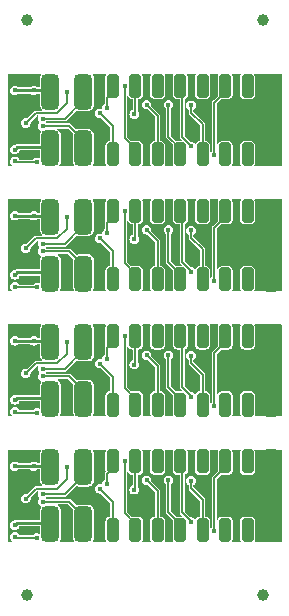
<source format=gtl>
G04 #@! TF.GenerationSoftware,KiCad,Pcbnew,8.0.8*
G04 #@! TF.CreationDate,2025-02-16T13:22:27-05:00*
G04 #@! TF.ProjectId,panel,70616e65-6c2e-46b6-9963-61645f706362,v0.1.0*
G04 #@! TF.SameCoordinates,Original*
G04 #@! TF.FileFunction,Copper,L1,Top*
G04 #@! TF.FilePolarity,Positive*
%FSLAX46Y46*%
G04 Gerber Fmt 4.6, Leading zero omitted, Abs format (unit mm)*
G04 Created by KiCad (PCBNEW 8.0.8) date 2025-02-16 13:22:27*
%MOMM*%
%LPD*%
G01*
G04 APERTURE LIST*
G04 Aperture macros list*
%AMRoundRect*
0 Rectangle with rounded corners*
0 $1 Rounding radius*
0 $2 $3 $4 $5 $6 $7 $8 $9 X,Y pos of 4 corners*
0 Add a 4 corners polygon primitive as box body*
4,1,4,$2,$3,$4,$5,$6,$7,$8,$9,$2,$3,0*
0 Add four circle primitives for the rounded corners*
1,1,$1+$1,$2,$3*
1,1,$1+$1,$4,$5*
1,1,$1+$1,$6,$7*
1,1,$1+$1,$8,$9*
0 Add four rect primitives between the rounded corners*
20,1,$1+$1,$2,$3,$4,$5,0*
20,1,$1+$1,$4,$5,$6,$7,0*
20,1,$1+$1,$6,$7,$8,$9,0*
20,1,$1+$1,$8,$9,$2,$3,0*%
G04 Aperture macros list end*
G04 #@! TA.AperFunction,SMDPad,CuDef*
%ADD10RoundRect,0.375000X-0.375000X-1.125000X0.375000X-1.125000X0.375000X1.125000X-0.375000X1.125000X0*%
G04 #@! TD*
G04 #@! TA.AperFunction,SMDPad,CuDef*
%ADD11RoundRect,0.250000X-0.250000X-0.750000X0.250000X-0.750000X0.250000X0.750000X-0.250000X0.750000X0*%
G04 #@! TD*
G04 #@! TA.AperFunction,SMDPad,CuDef*
%ADD12C,1.000000*%
G04 #@! TD*
G04 #@! TA.AperFunction,ViaPad*
%ADD13C,0.450000*%
G04 #@! TD*
G04 #@! TA.AperFunction,Conductor*
%ADD14C,0.150000*%
G04 #@! TD*
G04 #@! TA.AperFunction,Conductor*
%ADD15C,0.200000*%
G04 #@! TD*
G04 #@! TA.AperFunction,Conductor*
%ADD16C,0.250000*%
G04 #@! TD*
G04 APERTURE END LIST*
D10*
G04 #@! TO.P,J13,1,Pin_1*
G04 #@! TO.N,Board_3-/MOTOR_A*
X14800000Y-41700000D03*
G04 #@! TD*
D11*
G04 #@! TO.P,J18,1,Pin_1*
G04 #@! TO.N,Board_2-/AUX10*
X24900000Y-30600000D03*
G04 #@! TD*
D10*
G04 #@! TO.P,J2,1,Pin_1*
G04 #@! TO.N,Board_3-/TRACK_LEFT*
X12000000Y-46500000D03*
G04 #@! TD*
D11*
G04 #@! TO.P,J4,1,Pin_1*
G04 #@! TO.N,Board_3-/LAMP_FRONT*
X17300000Y-47000000D03*
G04 #@! TD*
G04 #@! TO.P,J20,1,Pin_1*
G04 #@! TO.N,Board_1-/SPEAKER_P*
X28700000Y-20000000D03*
G04 #@! TD*
G04 #@! TO.P,J18,1,Pin_1*
G04 #@! TO.N,Board_0-/AUX10*
X24900000Y-9400000D03*
G04 #@! TD*
D10*
G04 #@! TO.P,J21,1,Pin_1*
G04 #@! TO.N,Board_1-GND*
X30700000Y-20500000D03*
G04 #@! TD*
D11*
G04 #@! TO.P,J5,1,Pin_1*
G04 #@! TO.N,Board_2-VCC*
X19200000Y-36400000D03*
G04 #@! TD*
G04 #@! TO.P,J19,1,Pin_1*
G04 #@! TO.N,Board_0-/AUX12*
X26800000Y-9400000D03*
G04 #@! TD*
G04 #@! TO.P,J15,1,Pin_1*
G04 #@! TO.N,Board_3-/CAP+*
X19200000Y-41200000D03*
G04 #@! TD*
G04 #@! TO.P,J10,1,Pin_1*
G04 #@! TO.N,Board_3-/SPEAKER_N*
X28700000Y-47000000D03*
G04 #@! TD*
D10*
G04 #@! TO.P,J21,1,Pin_1*
G04 #@! TO.N,Board_2-GND*
X30700000Y-31100000D03*
G04 #@! TD*
D11*
G04 #@! TO.P,J10,1,Pin_1*
G04 #@! TO.N,Board_2-/SPEAKER_N*
X28700000Y-36400000D03*
G04 #@! TD*
D12*
G04 #@! TO.P,KiKit_FID_T_2,*
G04 #@! TO.N,*
X30000000Y-3850000D03*
G04 #@! TD*
D10*
G04 #@! TO.P,J11,1,Pin_1*
G04 #@! TO.N,Board_1-GND*
X30700000Y-25300000D03*
G04 #@! TD*
D11*
G04 #@! TO.P,J8,1,Pin_1*
G04 #@! TO.N,Board_1-/AUX4*
X24900000Y-25800000D03*
G04 #@! TD*
G04 #@! TO.P,J9,1,Pin_1*
G04 #@! TO.N,Board_1-/AUX11*
X26800000Y-25800000D03*
G04 #@! TD*
G04 #@! TO.P,J6,1,Pin_1*
G04 #@! TO.N,Board_3-/AUX1 (VDC)*
X21100000Y-47000000D03*
G04 #@! TD*
G04 #@! TO.P,J8,1,Pin_1*
G04 #@! TO.N,Board_3-/AUX4*
X24900000Y-47000000D03*
G04 #@! TD*
G04 #@! TO.P,J10,1,Pin_1*
G04 #@! TO.N,Board_0-/SPEAKER_N*
X28700000Y-15200000D03*
G04 #@! TD*
G04 #@! TO.P,J20,1,Pin_1*
G04 #@! TO.N,Board_0-/SPEAKER_P*
X28700000Y-9400000D03*
G04 #@! TD*
G04 #@! TO.P,J18,1,Pin_1*
G04 #@! TO.N,Board_1-/AUX10*
X24900000Y-20000000D03*
G04 #@! TD*
G04 #@! TO.P,J4,1,Pin_1*
G04 #@! TO.N,Board_0-/LAMP_FRONT*
X17300000Y-15200000D03*
G04 #@! TD*
G04 #@! TO.P,J9,1,Pin_1*
G04 #@! TO.N,Board_2-/AUX11*
X26800000Y-36400000D03*
G04 #@! TD*
G04 #@! TO.P,J8,1,Pin_1*
G04 #@! TO.N,Board_2-/AUX4*
X24900000Y-36400000D03*
G04 #@! TD*
D12*
G04 #@! TO.P,KiKit_FID_T_1,*
G04 #@! TO.N,*
X10000000Y-3850000D03*
G04 #@! TD*
G04 #@! TO.P,KiKit_FID_T_4,*
G04 #@! TO.N,*
X30000000Y-52550000D03*
G04 #@! TD*
D11*
G04 #@! TO.P,J6,1,Pin_1*
G04 #@! TO.N,Board_1-/AUX1 (VDC)*
X21100000Y-25800000D03*
G04 #@! TD*
G04 #@! TO.P,J6,1,Pin_1*
G04 #@! TO.N,Board_0-/AUX1 (VDC)*
X21100000Y-15200000D03*
G04 #@! TD*
D10*
G04 #@! TO.P,J3,1,Pin_1*
G04 #@! TO.N,Board_1-/MOTOR_B*
X14800000Y-25300000D03*
G04 #@! TD*
D11*
G04 #@! TO.P,J7,1,Pin_1*
G04 #@! TO.N,Board_0-/AUX2 (VDC)*
X23000000Y-15200000D03*
G04 #@! TD*
G04 #@! TO.P,J20,1,Pin_1*
G04 #@! TO.N,Board_3-/SPEAKER_P*
X28700000Y-41200000D03*
G04 #@! TD*
G04 #@! TO.P,J5,1,Pin_1*
G04 #@! TO.N,Board_1-VCC*
X19200000Y-25800000D03*
G04 #@! TD*
D10*
G04 #@! TO.P,J2,1,Pin_1*
G04 #@! TO.N,Board_1-/TRACK_LEFT*
X12000000Y-25300000D03*
G04 #@! TD*
D11*
G04 #@! TO.P,J15,1,Pin_1*
G04 #@! TO.N,Board_0-/CAP+*
X19200000Y-9400000D03*
G04 #@! TD*
G04 #@! TO.P,J14,1,Pin_1*
G04 #@! TO.N,Board_2-/LAMP_REAR*
X17300000Y-30600000D03*
G04 #@! TD*
G04 #@! TO.P,J7,1,Pin_1*
G04 #@! TO.N,Board_3-/AUX2 (VDC)*
X23000000Y-47000000D03*
G04 #@! TD*
D10*
G04 #@! TO.P,J12,1,Pin_1*
G04 #@! TO.N,Board_3-/TRACK_RIGHT*
X12000000Y-41700000D03*
G04 #@! TD*
G04 #@! TO.P,J11,1,Pin_1*
G04 #@! TO.N,Board_3-GND*
X30700000Y-46500000D03*
G04 #@! TD*
G04 #@! TO.P,J2,1,Pin_1*
G04 #@! TO.N,Board_2-/TRACK_LEFT*
X12000000Y-35900000D03*
G04 #@! TD*
G04 #@! TO.P,J12,1,Pin_1*
G04 #@! TO.N,Board_1-/TRACK_RIGHT*
X12000000Y-20500000D03*
G04 #@! TD*
G04 #@! TO.P,J2,1,Pin_1*
G04 #@! TO.N,Board_0-/TRACK_LEFT*
X12000000Y-14700000D03*
G04 #@! TD*
D11*
G04 #@! TO.P,J7,1,Pin_1*
G04 #@! TO.N,Board_1-/AUX2 (VDC)*
X23000000Y-25800000D03*
G04 #@! TD*
D10*
G04 #@! TO.P,J3,1,Pin_1*
G04 #@! TO.N,Board_0-/MOTOR_B*
X14800000Y-14700000D03*
G04 #@! TD*
G04 #@! TO.P,J21,1,Pin_1*
G04 #@! TO.N,Board_0-GND*
X30700000Y-9900000D03*
G04 #@! TD*
G04 #@! TO.P,J3,1,Pin_1*
G04 #@! TO.N,Board_2-/MOTOR_B*
X14800000Y-35900000D03*
G04 #@! TD*
D11*
G04 #@! TO.P,J16,1,Pin_1*
G04 #@! TO.N,Board_2-VDC*
X21100000Y-30600000D03*
G04 #@! TD*
G04 #@! TO.P,J20,1,Pin_1*
G04 #@! TO.N,Board_2-/SPEAKER_P*
X28700000Y-30600000D03*
G04 #@! TD*
G04 #@! TO.P,J5,1,Pin_1*
G04 #@! TO.N,Board_3-VCC*
X19200000Y-47000000D03*
G04 #@! TD*
G04 #@! TO.P,J17,1,Pin_1*
G04 #@! TO.N,Board_3-/AUX3*
X23000000Y-41200000D03*
G04 #@! TD*
G04 #@! TO.P,J9,1,Pin_1*
G04 #@! TO.N,Board_0-/AUX11*
X26800000Y-15200000D03*
G04 #@! TD*
G04 #@! TO.P,J10,1,Pin_1*
G04 #@! TO.N,Board_1-/SPEAKER_N*
X28700000Y-25800000D03*
G04 #@! TD*
G04 #@! TO.P,J14,1,Pin_1*
G04 #@! TO.N,Board_0-/LAMP_REAR*
X17300000Y-9400000D03*
G04 #@! TD*
G04 #@! TO.P,J15,1,Pin_1*
G04 #@! TO.N,Board_1-/CAP+*
X19200000Y-20000000D03*
G04 #@! TD*
G04 #@! TO.P,J8,1,Pin_1*
G04 #@! TO.N,Board_0-/AUX4*
X24900000Y-15200000D03*
G04 #@! TD*
G04 #@! TO.P,J15,1,Pin_1*
G04 #@! TO.N,Board_2-/CAP+*
X19200000Y-30600000D03*
G04 #@! TD*
D10*
G04 #@! TO.P,J13,1,Pin_1*
G04 #@! TO.N,Board_2-/MOTOR_A*
X14800000Y-31100000D03*
G04 #@! TD*
G04 #@! TO.P,J13,1,Pin_1*
G04 #@! TO.N,Board_0-/MOTOR_A*
X14800000Y-9900000D03*
G04 #@! TD*
D11*
G04 #@! TO.P,J18,1,Pin_1*
G04 #@! TO.N,Board_3-/AUX10*
X24900000Y-41200000D03*
G04 #@! TD*
G04 #@! TO.P,J17,1,Pin_1*
G04 #@! TO.N,Board_2-/AUX3*
X23000000Y-30600000D03*
G04 #@! TD*
G04 #@! TO.P,J17,1,Pin_1*
G04 #@! TO.N,Board_1-/AUX3*
X23000000Y-20000000D03*
G04 #@! TD*
G04 #@! TO.P,J19,1,Pin_1*
G04 #@! TO.N,Board_2-/AUX12*
X26800000Y-30600000D03*
G04 #@! TD*
G04 #@! TO.P,J14,1,Pin_1*
G04 #@! TO.N,Board_3-/LAMP_REAR*
X17300000Y-41200000D03*
G04 #@! TD*
G04 #@! TO.P,J17,1,Pin_1*
G04 #@! TO.N,Board_0-/AUX3*
X23000000Y-9400000D03*
G04 #@! TD*
D10*
G04 #@! TO.P,J13,1,Pin_1*
G04 #@! TO.N,Board_1-/MOTOR_A*
X14800000Y-20500000D03*
G04 #@! TD*
D11*
G04 #@! TO.P,J9,1,Pin_1*
G04 #@! TO.N,Board_3-/AUX11*
X26800000Y-47000000D03*
G04 #@! TD*
D12*
G04 #@! TO.P,KiKit_FID_T_3,*
G04 #@! TO.N,*
X10000000Y-52550000D03*
G04 #@! TD*
D10*
G04 #@! TO.P,J21,1,Pin_1*
G04 #@! TO.N,Board_3-GND*
X30700000Y-41700000D03*
G04 #@! TD*
D11*
G04 #@! TO.P,J4,1,Pin_1*
G04 #@! TO.N,Board_2-/LAMP_FRONT*
X17300000Y-36400000D03*
G04 #@! TD*
D10*
G04 #@! TO.P,J12,1,Pin_1*
G04 #@! TO.N,Board_2-/TRACK_RIGHT*
X12000000Y-31100000D03*
G04 #@! TD*
D11*
G04 #@! TO.P,J19,1,Pin_1*
G04 #@! TO.N,Board_1-/AUX12*
X26800000Y-20000000D03*
G04 #@! TD*
G04 #@! TO.P,J16,1,Pin_1*
G04 #@! TO.N,Board_1-VDC*
X21100000Y-20000000D03*
G04 #@! TD*
G04 #@! TO.P,J6,1,Pin_1*
G04 #@! TO.N,Board_2-/AUX1 (VDC)*
X21100000Y-36400000D03*
G04 #@! TD*
D10*
G04 #@! TO.P,J3,1,Pin_1*
G04 #@! TO.N,Board_3-/MOTOR_B*
X14800000Y-46500000D03*
G04 #@! TD*
G04 #@! TO.P,J12,1,Pin_1*
G04 #@! TO.N,Board_0-/TRACK_RIGHT*
X12000000Y-9900000D03*
G04 #@! TD*
D11*
G04 #@! TO.P,J14,1,Pin_1*
G04 #@! TO.N,Board_1-/LAMP_REAR*
X17300000Y-20000000D03*
G04 #@! TD*
G04 #@! TO.P,J16,1,Pin_1*
G04 #@! TO.N,Board_0-VDC*
X21100000Y-9400000D03*
G04 #@! TD*
G04 #@! TO.P,J5,1,Pin_1*
G04 #@! TO.N,Board_0-VCC*
X19200000Y-15200000D03*
G04 #@! TD*
G04 #@! TO.P,J16,1,Pin_1*
G04 #@! TO.N,Board_3-VDC*
X21100000Y-41200000D03*
G04 #@! TD*
D10*
G04 #@! TO.P,J11,1,Pin_1*
G04 #@! TO.N,Board_2-GND*
X30700000Y-35900000D03*
G04 #@! TD*
D11*
G04 #@! TO.P,J4,1,Pin_1*
G04 #@! TO.N,Board_1-/LAMP_FRONT*
X17300000Y-25800000D03*
G04 #@! TD*
G04 #@! TO.P,J19,1,Pin_1*
G04 #@! TO.N,Board_3-/AUX12*
X26800000Y-41200000D03*
G04 #@! TD*
D10*
G04 #@! TO.P,J11,1,Pin_1*
G04 #@! TO.N,Board_0-GND*
X30700000Y-14700000D03*
G04 #@! TD*
D11*
G04 #@! TO.P,J7,1,Pin_1*
G04 #@! TO.N,Board_2-/AUX2 (VDC)*
X23000000Y-36400000D03*
G04 #@! TD*
D13*
G04 #@! TO.N,Board_0-/AUX1 (VDC)*
X20150000Y-11000000D03*
G04 #@! TO.N,Board_0-/AUX10*
X24900000Y-9400000D03*
G04 #@! TO.N,Board_0-/AUX11*
X26800000Y-15200000D03*
G04 #@! TO.N,Board_0-/AUX12*
X10850000Y-15870000D03*
X25900000Y-15300000D03*
X9000000Y-15800000D03*
G04 #@! TO.N,Board_0-/AUX2 (VDC)*
X22000000Y-11000000D03*
G04 #@! TO.N,Board_0-/AUX3*
X23930000Y-14540000D03*
G04 #@! TO.N,Board_0-/AUX4*
X13400000Y-9900000D03*
X9930000Y-12550000D03*
X23910000Y-11050000D03*
G04 #@! TO.N,Board_0-/CAP+*
X19100000Y-11800000D03*
G04 #@! TO.N,Board_0-/LAMP_FRONT*
X16200000Y-11720000D03*
G04 #@! TO.N,Board_0-/LAMP_REAR*
X16800000Y-11300000D03*
G04 #@! TO.N,Board_0-/MOTOR_A*
X11340000Y-12180000D03*
G04 #@! TO.N,Board_0-/MOTOR_B*
X11340000Y-12810000D03*
G04 #@! TO.N,Board_0-/SPEAKER_N*
X28700000Y-15200000D03*
G04 #@! TO.N,Board_0-/SPEAKER_P*
X28700000Y-9400000D03*
G04 #@! TO.N,Board_0-/TRACK_LEFT*
X12100000Y-14600000D03*
X9000000Y-14800000D03*
X11500000Y-14610000D03*
G04 #@! TO.N,Board_0-/TRACK_RIGHT*
X9000000Y-9800000D03*
X12000000Y-9800000D03*
X10600000Y-9800000D03*
G04 #@! TO.N,Board_0-GND*
X20100000Y-12300000D03*
X10020000Y-13240000D03*
X30740000Y-14520000D03*
X16200000Y-14000000D03*
X15200000Y-12500000D03*
X30710000Y-10050000D03*
X23730000Y-12320000D03*
X22490000Y-12310000D03*
X25370000Y-12320000D03*
X20100000Y-14000000D03*
X14400000Y-12500000D03*
X9000000Y-8800000D03*
X13400000Y-14000000D03*
X20180000Y-9210000D03*
X9985000Y-15395000D03*
G04 #@! TO.N,Board_0-VCC*
X18300000Y-9400000D03*
G04 #@! TO.N,Board_0-VDC*
X21100000Y-8800000D03*
G04 #@! TO.N,Board_1-/AUX1 (VDC)*
X20150000Y-21600000D03*
G04 #@! TO.N,Board_1-/AUX10*
X24900000Y-20000000D03*
G04 #@! TO.N,Board_1-/AUX11*
X26800000Y-25800000D03*
G04 #@! TO.N,Board_1-/AUX12*
X9000000Y-26400000D03*
X25900000Y-25900000D03*
X10850000Y-26470000D03*
G04 #@! TO.N,Board_1-/AUX2 (VDC)*
X22000000Y-21600000D03*
G04 #@! TO.N,Board_1-/AUX3*
X23930000Y-25140000D03*
G04 #@! TO.N,Board_1-/AUX4*
X13400000Y-20500000D03*
X23910000Y-21650000D03*
X9930000Y-23150000D03*
G04 #@! TO.N,Board_1-/CAP+*
X19100000Y-22400000D03*
G04 #@! TO.N,Board_1-/LAMP_FRONT*
X16200000Y-22320000D03*
G04 #@! TO.N,Board_1-/LAMP_REAR*
X16800000Y-21900000D03*
G04 #@! TO.N,Board_1-/MOTOR_A*
X11340000Y-22780000D03*
G04 #@! TO.N,Board_1-/MOTOR_B*
X11340000Y-23410000D03*
G04 #@! TO.N,Board_1-/SPEAKER_N*
X28700000Y-25800000D03*
G04 #@! TO.N,Board_1-/SPEAKER_P*
X28700000Y-20000000D03*
G04 #@! TO.N,Board_1-/TRACK_LEFT*
X11500000Y-25210000D03*
X12100000Y-25200000D03*
X9000000Y-25400000D03*
G04 #@! TO.N,Board_1-/TRACK_RIGHT*
X10600000Y-20400000D03*
X12000000Y-20400000D03*
X9000000Y-20400000D03*
G04 #@! TO.N,Board_1-GND*
X15200000Y-23100000D03*
X9000000Y-19400000D03*
X20100000Y-22900000D03*
X30740000Y-25120000D03*
X10020000Y-23840000D03*
X22490000Y-22910000D03*
X14400000Y-23100000D03*
X13400000Y-24600000D03*
X25370000Y-22920000D03*
X23730000Y-22920000D03*
X20100000Y-24600000D03*
X16200000Y-24600000D03*
X20180000Y-19810000D03*
X9985000Y-25995000D03*
X30710000Y-20650000D03*
G04 #@! TO.N,Board_1-VCC*
X18300000Y-20000000D03*
G04 #@! TO.N,Board_1-VDC*
X21100000Y-19400000D03*
G04 #@! TO.N,Board_2-/AUX1 (VDC)*
X20150000Y-32200000D03*
G04 #@! TO.N,Board_2-/AUX10*
X24900000Y-30600000D03*
G04 #@! TO.N,Board_2-/AUX11*
X26800000Y-36400000D03*
G04 #@! TO.N,Board_2-/AUX12*
X9000000Y-37000000D03*
X25900000Y-36500000D03*
X10850000Y-37070000D03*
G04 #@! TO.N,Board_2-/AUX2 (VDC)*
X22000000Y-32200000D03*
G04 #@! TO.N,Board_2-/AUX3*
X23930000Y-35740000D03*
G04 #@! TO.N,Board_2-/AUX4*
X9930000Y-33750000D03*
X13400000Y-31100000D03*
X23910000Y-32250000D03*
G04 #@! TO.N,Board_2-/CAP+*
X19100000Y-33000000D03*
G04 #@! TO.N,Board_2-/LAMP_FRONT*
X16200000Y-32920000D03*
G04 #@! TO.N,Board_2-/LAMP_REAR*
X16800000Y-32500000D03*
G04 #@! TO.N,Board_2-/MOTOR_A*
X11340000Y-33380000D03*
G04 #@! TO.N,Board_2-/MOTOR_B*
X11340000Y-34010000D03*
G04 #@! TO.N,Board_2-/SPEAKER_N*
X28700000Y-36400000D03*
G04 #@! TO.N,Board_2-/SPEAKER_P*
X28700000Y-30600000D03*
G04 #@! TO.N,Board_2-/TRACK_LEFT*
X12100000Y-35800000D03*
X11500000Y-35810000D03*
X9000000Y-36000000D03*
G04 #@! TO.N,Board_2-/TRACK_RIGHT*
X10600000Y-31000000D03*
X9000000Y-31000000D03*
X12000000Y-31000000D03*
G04 #@! TO.N,Board_2-GND*
X25370000Y-33520000D03*
X10020000Y-34440000D03*
X20100000Y-33500000D03*
X14400000Y-33700000D03*
X22490000Y-33510000D03*
X30740000Y-35720000D03*
X9985000Y-36595000D03*
X16200000Y-35200000D03*
X15200000Y-33700000D03*
X30710000Y-31250000D03*
X20180000Y-30410000D03*
X20100000Y-35200000D03*
X23730000Y-33520000D03*
X9000000Y-30000000D03*
X13400000Y-35200000D03*
G04 #@! TO.N,Board_2-VCC*
X18300000Y-30600000D03*
G04 #@! TO.N,Board_2-VDC*
X21100000Y-30000000D03*
G04 #@! TO.N,Board_3-/AUX1 (VDC)*
X20150000Y-42800000D03*
G04 #@! TO.N,Board_3-/AUX10*
X24900000Y-41200000D03*
G04 #@! TO.N,Board_3-/AUX11*
X26800000Y-47000000D03*
G04 #@! TO.N,Board_3-/AUX12*
X9000000Y-47600000D03*
X10850000Y-47670000D03*
X25900000Y-47100000D03*
G04 #@! TO.N,Board_3-/AUX2 (VDC)*
X22000000Y-42800000D03*
G04 #@! TO.N,Board_3-/AUX3*
X23930000Y-46340000D03*
G04 #@! TO.N,Board_3-/AUX4*
X23910000Y-42850000D03*
X9930000Y-44350000D03*
X13400000Y-41700000D03*
G04 #@! TO.N,Board_3-/CAP+*
X19100000Y-43600000D03*
G04 #@! TO.N,Board_3-/LAMP_FRONT*
X16200000Y-43520000D03*
G04 #@! TO.N,Board_3-/LAMP_REAR*
X16800000Y-43100000D03*
G04 #@! TO.N,Board_3-/MOTOR_A*
X11340000Y-43980000D03*
G04 #@! TO.N,Board_3-/MOTOR_B*
X11340000Y-44610000D03*
G04 #@! TO.N,Board_3-/SPEAKER_N*
X28700000Y-47000000D03*
G04 #@! TO.N,Board_3-/SPEAKER_P*
X28700000Y-41200000D03*
G04 #@! TO.N,Board_3-/TRACK_LEFT*
X11500000Y-46410000D03*
X9000000Y-46600000D03*
X12100000Y-46400000D03*
G04 #@! TO.N,Board_3-/TRACK_RIGHT*
X9000000Y-41600000D03*
X12000000Y-41600000D03*
X10600000Y-41600000D03*
G04 #@! TO.N,Board_3-GND*
X23730000Y-44120000D03*
X20100000Y-44100000D03*
X16200000Y-45800000D03*
X25370000Y-44120000D03*
X13400000Y-45800000D03*
X20180000Y-41010000D03*
X30710000Y-41850000D03*
X20100000Y-45800000D03*
X10020000Y-45040000D03*
X14400000Y-44300000D03*
X15200000Y-44300000D03*
X22490000Y-44110000D03*
X9985000Y-47195000D03*
X9000000Y-40600000D03*
X30740000Y-46320000D03*
G04 #@! TO.N,Board_3-VCC*
X18300000Y-41200000D03*
G04 #@! TO.N,Board_3-VDC*
X21100000Y-40600000D03*
G04 #@! TD*
D14*
G04 #@! TO.N,Board_0-/AUX1 (VDC)*
X20150000Y-11000000D02*
X21100000Y-11950000D01*
X21100000Y-11950000D02*
X21100000Y-15200000D01*
G04 #@! TO.N,Board_0-/AUX12*
X26800000Y-9920000D02*
X26800000Y-9400000D01*
X25900000Y-10820000D02*
X26800000Y-9920000D01*
X25900000Y-15300000D02*
X25900000Y-10820000D01*
X9070000Y-15870000D02*
X10850000Y-15870000D01*
X9000000Y-15800000D02*
X9070000Y-15870000D01*
G04 #@! TO.N,Board_0-/AUX2 (VDC)*
X22000000Y-11000000D02*
X22000000Y-13710000D01*
X22000000Y-13710000D02*
X23000000Y-14710000D01*
X23000000Y-14710000D02*
X23000000Y-15200000D01*
G04 #@! TO.N,Board_0-/AUX3*
X23930000Y-14479606D02*
X23175000Y-13724606D01*
X23175000Y-13724606D02*
X23175000Y-9596752D01*
X23930000Y-14540000D02*
X23930000Y-14479606D01*
G04 #@! TO.N,Board_0-/AUX4*
X24900000Y-12660000D02*
X24900000Y-15200000D01*
X12600000Y-11700000D02*
X10800000Y-11700000D01*
X10800000Y-11700000D02*
X9950000Y-12550000D01*
X23910000Y-11050000D02*
X23910000Y-11670000D01*
X13400000Y-9900000D02*
X13400000Y-10900000D01*
X23910000Y-11670000D02*
X24900000Y-12660000D01*
X13400000Y-10900000D02*
X12600000Y-11700000D01*
X9950000Y-12550000D02*
X9930000Y-12550000D01*
G04 #@! TO.N,Board_0-/CAP+*
X19200000Y-11700000D02*
X19200000Y-9400000D01*
X19100000Y-11800000D02*
X19200000Y-11700000D01*
G04 #@! TO.N,Board_0-/LAMP_FRONT*
X17300000Y-12820000D02*
X17300000Y-15200000D01*
X16200000Y-11720000D02*
X17300000Y-12820000D01*
G04 #@! TO.N,Board_0-/LAMP_REAR*
X17300000Y-9930000D02*
X17300000Y-9400000D01*
X16800000Y-10430000D02*
X17300000Y-9930000D01*
X16800000Y-11300000D02*
X16800000Y-10430000D01*
D15*
G04 #@! TO.N,Board_0-/MOTOR_A*
X14800000Y-10600000D02*
X14800000Y-9900000D01*
X13220000Y-12180000D02*
X14800000Y-10600000D01*
X11340000Y-12180000D02*
X13220000Y-12180000D01*
G04 #@! TO.N,Board_0-/MOTOR_B*
X14800000Y-14000000D02*
X14800000Y-14700000D01*
X13610000Y-12810000D02*
X14800000Y-14000000D01*
X11340000Y-12810000D02*
X13610000Y-12810000D01*
D16*
G04 #@! TO.N,Board_0-/TRACK_LEFT*
X11500000Y-14610000D02*
X9190000Y-14610000D01*
D15*
X11500000Y-14700000D02*
X12000000Y-14700000D01*
D16*
X9190000Y-14610000D02*
X9000000Y-14800000D01*
G04 #@! TO.N,Board_0-/TRACK_RIGHT*
X9000000Y-9800000D02*
X10600000Y-9800000D01*
X10600000Y-9800000D02*
X12000000Y-9800000D01*
D14*
G04 #@! TO.N,Board_0-VCC*
X18300000Y-9400000D02*
X18300000Y-13800000D01*
X19200000Y-14700000D02*
X19200000Y-15200000D01*
X18300000Y-13800000D02*
X19200000Y-14700000D01*
G04 #@! TO.N,Board_1-/AUX1 (VDC)*
X20150000Y-21600000D02*
X21100000Y-22550000D01*
X21100000Y-22550000D02*
X21100000Y-25800000D01*
G04 #@! TO.N,Board_1-/AUX12*
X26800000Y-20520000D02*
X26800000Y-20000000D01*
X25900000Y-25900000D02*
X25900000Y-21420000D01*
X9070000Y-26470000D02*
X10850000Y-26470000D01*
X9000000Y-26400000D02*
X9070000Y-26470000D01*
X25900000Y-21420000D02*
X26800000Y-20520000D01*
G04 #@! TO.N,Board_1-/AUX2 (VDC)*
X22000000Y-21600000D02*
X22000000Y-24310000D01*
X23000000Y-25310000D02*
X23000000Y-25800000D01*
X22000000Y-24310000D02*
X23000000Y-25310000D01*
G04 #@! TO.N,Board_1-/AUX3*
X23175000Y-24324606D02*
X23175000Y-20196752D01*
X23930000Y-25140000D02*
X23930000Y-25079606D01*
X23930000Y-25079606D02*
X23175000Y-24324606D01*
G04 #@! TO.N,Board_1-/AUX4*
X12600000Y-22300000D02*
X10800000Y-22300000D01*
X13400000Y-21500000D02*
X12600000Y-22300000D01*
X13400000Y-20500000D02*
X13400000Y-21500000D01*
X24900000Y-23260000D02*
X24900000Y-25800000D01*
X10800000Y-22300000D02*
X9950000Y-23150000D01*
X9950000Y-23150000D02*
X9930000Y-23150000D01*
X23910000Y-21650000D02*
X23910000Y-22270000D01*
X23910000Y-22270000D02*
X24900000Y-23260000D01*
G04 #@! TO.N,Board_1-/CAP+*
X19100000Y-22400000D02*
X19200000Y-22300000D01*
X19200000Y-22300000D02*
X19200000Y-20000000D01*
G04 #@! TO.N,Board_1-/LAMP_FRONT*
X17300000Y-23420000D02*
X17300000Y-25800000D01*
X16200000Y-22320000D02*
X17300000Y-23420000D01*
G04 #@! TO.N,Board_1-/LAMP_REAR*
X16800000Y-21900000D02*
X16800000Y-21030000D01*
X16800000Y-21030000D02*
X17300000Y-20530000D01*
X17300000Y-20530000D02*
X17300000Y-20000000D01*
D15*
G04 #@! TO.N,Board_1-/MOTOR_A*
X13220000Y-22780000D02*
X14800000Y-21200000D01*
X11340000Y-22780000D02*
X13220000Y-22780000D01*
X14800000Y-21200000D02*
X14800000Y-20500000D01*
G04 #@! TO.N,Board_1-/MOTOR_B*
X14800000Y-24600000D02*
X14800000Y-25300000D01*
X13610000Y-23410000D02*
X14800000Y-24600000D01*
X11340000Y-23410000D02*
X13610000Y-23410000D01*
D16*
G04 #@! TO.N,Board_1-/TRACK_LEFT*
X11500000Y-25210000D02*
X9190000Y-25210000D01*
X9190000Y-25210000D02*
X9000000Y-25400000D01*
D15*
X11500000Y-25300000D02*
X12000000Y-25300000D01*
D16*
G04 #@! TO.N,Board_1-/TRACK_RIGHT*
X9000000Y-20400000D02*
X10600000Y-20400000D01*
X10600000Y-20400000D02*
X12000000Y-20400000D01*
D14*
G04 #@! TO.N,Board_1-VCC*
X18300000Y-24400000D02*
X19200000Y-25300000D01*
X19200000Y-25300000D02*
X19200000Y-25800000D01*
X18300000Y-20000000D02*
X18300000Y-24400000D01*
G04 #@! TO.N,Board_2-/AUX1 (VDC)*
X20150000Y-32200000D02*
X21100000Y-33150000D01*
X21100000Y-33150000D02*
X21100000Y-36400000D01*
G04 #@! TO.N,Board_2-/AUX12*
X9000000Y-37000000D02*
X9070000Y-37070000D01*
X25900000Y-36500000D02*
X25900000Y-32020000D01*
X26800000Y-31120000D02*
X26800000Y-30600000D01*
X9070000Y-37070000D02*
X10850000Y-37070000D01*
X25900000Y-32020000D02*
X26800000Y-31120000D01*
G04 #@! TO.N,Board_2-/AUX2 (VDC)*
X22000000Y-34910000D02*
X23000000Y-35910000D01*
X22000000Y-32200000D02*
X22000000Y-34910000D01*
X23000000Y-35910000D02*
X23000000Y-36400000D01*
G04 #@! TO.N,Board_2-/AUX3*
X23930000Y-35740000D02*
X23930000Y-35679606D01*
X23930000Y-35679606D02*
X23175000Y-34924606D01*
X23175000Y-34924606D02*
X23175000Y-30796752D01*
G04 #@! TO.N,Board_2-/AUX4*
X13400000Y-32100000D02*
X12600000Y-32900000D01*
X10800000Y-32900000D02*
X9950000Y-33750000D01*
X23910000Y-32870000D02*
X24900000Y-33860000D01*
X12600000Y-32900000D02*
X10800000Y-32900000D01*
X24900000Y-33860000D02*
X24900000Y-36400000D01*
X9950000Y-33750000D02*
X9930000Y-33750000D01*
X13400000Y-31100000D02*
X13400000Y-32100000D01*
X23910000Y-32250000D02*
X23910000Y-32870000D01*
G04 #@! TO.N,Board_2-/CAP+*
X19100000Y-33000000D02*
X19200000Y-32900000D01*
X19200000Y-32900000D02*
X19200000Y-30600000D01*
G04 #@! TO.N,Board_2-/LAMP_FRONT*
X17300000Y-34020000D02*
X17300000Y-36400000D01*
X16200000Y-32920000D02*
X17300000Y-34020000D01*
G04 #@! TO.N,Board_2-/LAMP_REAR*
X17300000Y-31130000D02*
X17300000Y-30600000D01*
X16800000Y-32500000D02*
X16800000Y-31630000D01*
X16800000Y-31630000D02*
X17300000Y-31130000D01*
D15*
G04 #@! TO.N,Board_2-/MOTOR_A*
X13220000Y-33380000D02*
X14800000Y-31800000D01*
X11340000Y-33380000D02*
X13220000Y-33380000D01*
X14800000Y-31800000D02*
X14800000Y-31100000D01*
G04 #@! TO.N,Board_2-/MOTOR_B*
X14800000Y-35200000D02*
X14800000Y-35900000D01*
X11340000Y-34010000D02*
X13610000Y-34010000D01*
X13610000Y-34010000D02*
X14800000Y-35200000D01*
D16*
G04 #@! TO.N,Board_2-/TRACK_LEFT*
X11500000Y-35810000D02*
X9190000Y-35810000D01*
D15*
X11500000Y-35900000D02*
X12000000Y-35900000D01*
D16*
X9190000Y-35810000D02*
X9000000Y-36000000D01*
G04 #@! TO.N,Board_2-/TRACK_RIGHT*
X10600000Y-31000000D02*
X12000000Y-31000000D01*
X9000000Y-31000000D02*
X10600000Y-31000000D01*
D14*
G04 #@! TO.N,Board_2-VCC*
X19200000Y-35900000D02*
X19200000Y-36400000D01*
X18300000Y-35000000D02*
X19200000Y-35900000D01*
X18300000Y-30600000D02*
X18300000Y-35000000D01*
G04 #@! TO.N,Board_3-/AUX1 (VDC)*
X20150000Y-42800000D02*
X21100000Y-43750000D01*
X21100000Y-43750000D02*
X21100000Y-47000000D01*
G04 #@! TO.N,Board_3-/AUX12*
X25900000Y-42620000D02*
X26800000Y-41720000D01*
X9000000Y-47600000D02*
X9070000Y-47670000D01*
X9070000Y-47670000D02*
X10850000Y-47670000D01*
X26800000Y-41720000D02*
X26800000Y-41200000D01*
X25900000Y-47100000D02*
X25900000Y-42620000D01*
G04 #@! TO.N,Board_3-/AUX2 (VDC)*
X22000000Y-42800000D02*
X22000000Y-45510000D01*
X23000000Y-46510000D02*
X23000000Y-47000000D01*
X22000000Y-45510000D02*
X23000000Y-46510000D01*
G04 #@! TO.N,Board_3-/AUX3*
X23930000Y-46279606D02*
X23175000Y-45524606D01*
X23930000Y-46340000D02*
X23930000Y-46279606D01*
X23175000Y-45524606D02*
X23175000Y-41396752D01*
G04 #@! TO.N,Board_3-/AUX4*
X13400000Y-42700000D02*
X12600000Y-43500000D01*
X13400000Y-41700000D02*
X13400000Y-42700000D01*
X23910000Y-42850000D02*
X23910000Y-43470000D01*
X23910000Y-43470000D02*
X24900000Y-44460000D01*
X24900000Y-44460000D02*
X24900000Y-47000000D01*
X10800000Y-43500000D02*
X9950000Y-44350000D01*
X12600000Y-43500000D02*
X10800000Y-43500000D01*
X9950000Y-44350000D02*
X9930000Y-44350000D01*
G04 #@! TO.N,Board_3-/CAP+*
X19100000Y-43600000D02*
X19200000Y-43500000D01*
X19200000Y-43500000D02*
X19200000Y-41200000D01*
G04 #@! TO.N,Board_3-/LAMP_FRONT*
X16200000Y-43520000D02*
X17300000Y-44620000D01*
X17300000Y-44620000D02*
X17300000Y-47000000D01*
G04 #@! TO.N,Board_3-/LAMP_REAR*
X16800000Y-43100000D02*
X16800000Y-42230000D01*
X17300000Y-41730000D02*
X17300000Y-41200000D01*
X16800000Y-42230000D02*
X17300000Y-41730000D01*
D15*
G04 #@! TO.N,Board_3-/MOTOR_A*
X14800000Y-42400000D02*
X14800000Y-41700000D01*
X11340000Y-43980000D02*
X13220000Y-43980000D01*
X13220000Y-43980000D02*
X14800000Y-42400000D01*
G04 #@! TO.N,Board_3-/MOTOR_B*
X13610000Y-44610000D02*
X14800000Y-45800000D01*
X11340000Y-44610000D02*
X13610000Y-44610000D01*
X14800000Y-45800000D02*
X14800000Y-46500000D01*
D16*
G04 #@! TO.N,Board_3-/TRACK_LEFT*
X9190000Y-46410000D02*
X9000000Y-46600000D01*
X11500000Y-46410000D02*
X9190000Y-46410000D01*
D15*
X11500000Y-46500000D02*
X12000000Y-46500000D01*
D16*
G04 #@! TO.N,Board_3-/TRACK_RIGHT*
X9000000Y-41600000D02*
X10600000Y-41600000D01*
X10600000Y-41600000D02*
X12000000Y-41600000D01*
D14*
G04 #@! TO.N,Board_3-VCC*
X19200000Y-46500000D02*
X19200000Y-47000000D01*
X18300000Y-45600000D02*
X19200000Y-46500000D01*
X18300000Y-41200000D02*
X18300000Y-45600000D01*
G04 #@! TD*
G04 #@! TA.AperFunction,Conductor*
G04 #@! TO.N,Board_3-GND*
G36*
X11210658Y-40214852D02*
G01*
X11225010Y-40249500D01*
X11215237Y-40278863D01*
X11195540Y-40305176D01*
X11176769Y-40330251D01*
X11125972Y-40466442D01*
X11119500Y-40526644D01*
X11119500Y-41295500D01*
X11105148Y-41330148D01*
X11070500Y-41344500D01*
X10931188Y-41344500D01*
X10896540Y-41330148D01*
X10838342Y-41271950D01*
X10838335Y-41271945D01*
X10725308Y-41214355D01*
X10725305Y-41214354D01*
X10725304Y-41214354D01*
X10600000Y-41194508D01*
X10474696Y-41214354D01*
X10474694Y-41214354D01*
X10474692Y-41214355D01*
X10474690Y-41214355D01*
X10361664Y-41271945D01*
X10361657Y-41271950D01*
X10303460Y-41330148D01*
X10268812Y-41344500D01*
X9331188Y-41344500D01*
X9296540Y-41330148D01*
X9238342Y-41271950D01*
X9238335Y-41271945D01*
X9125308Y-41214355D01*
X9125305Y-41214354D01*
X9125304Y-41214354D01*
X9000000Y-41194508D01*
X8874696Y-41214354D01*
X8874694Y-41214354D01*
X8874692Y-41214355D01*
X8874690Y-41214355D01*
X8761664Y-41271945D01*
X8761657Y-41271950D01*
X8671950Y-41361657D01*
X8671945Y-41361664D01*
X8614355Y-41474690D01*
X8614355Y-41474692D01*
X8614354Y-41474694D01*
X8614354Y-41474696D01*
X8594508Y-41600000D01*
X8614354Y-41725304D01*
X8614354Y-41725305D01*
X8614355Y-41725307D01*
X8614355Y-41725309D01*
X8671945Y-41838335D01*
X8671950Y-41838342D01*
X8761657Y-41928049D01*
X8761664Y-41928054D01*
X8874691Y-41985644D01*
X8874692Y-41985644D01*
X8874696Y-41985646D01*
X9000000Y-42005492D01*
X9125304Y-41985646D01*
X9125308Y-41985644D01*
X9125309Y-41985644D01*
X9238335Y-41928054D01*
X9238337Y-41928052D01*
X9238342Y-41928050D01*
X9296540Y-41869852D01*
X9331188Y-41855500D01*
X10268812Y-41855500D01*
X10303460Y-41869852D01*
X10361657Y-41928049D01*
X10361664Y-41928054D01*
X10474691Y-41985644D01*
X10474692Y-41985644D01*
X10474696Y-41985646D01*
X10600000Y-42005492D01*
X10725304Y-41985646D01*
X10725308Y-41985644D01*
X10725309Y-41985644D01*
X10838335Y-41928054D01*
X10838337Y-41928052D01*
X10838342Y-41928050D01*
X10896540Y-41869852D01*
X10931188Y-41855500D01*
X11070501Y-41855500D01*
X11105149Y-41869852D01*
X11119501Y-41904500D01*
X11119501Y-42873354D01*
X11125971Y-42933552D01*
X11125974Y-42933561D01*
X11176769Y-43069748D01*
X11176770Y-43069750D01*
X11176771Y-43069751D01*
X11263882Y-43186118D01*
X11285350Y-43202188D01*
X11290807Y-43206274D01*
X11309943Y-43238527D01*
X11300668Y-43274865D01*
X11268415Y-43294001D01*
X11261442Y-43294500D01*
X10759123Y-43294500D01*
X10737001Y-43303662D01*
X10737001Y-43303663D01*
X10710297Y-43314724D01*
X10683593Y-43325785D01*
X10655919Y-43353460D01*
X10625785Y-43383594D01*
X10625784Y-43383595D01*
X10064084Y-43945293D01*
X10029436Y-43959645D01*
X10021771Y-43959042D01*
X9930000Y-43944508D01*
X9804696Y-43964354D01*
X9804694Y-43964354D01*
X9804692Y-43964355D01*
X9804690Y-43964355D01*
X9691664Y-44021945D01*
X9691657Y-44021950D01*
X9601950Y-44111657D01*
X9601945Y-44111664D01*
X9544355Y-44224690D01*
X9544355Y-44224692D01*
X9544354Y-44224694D01*
X9544354Y-44224696D01*
X9524508Y-44350000D01*
X9544354Y-44475304D01*
X9544354Y-44475305D01*
X9544355Y-44475307D01*
X9544355Y-44475309D01*
X9601945Y-44588335D01*
X9601950Y-44588342D01*
X9691657Y-44678049D01*
X9691664Y-44678054D01*
X9804691Y-44735644D01*
X9804692Y-44735644D01*
X9804696Y-44735646D01*
X9930000Y-44755492D01*
X10055304Y-44735646D01*
X10055308Y-44735644D01*
X10055309Y-44735644D01*
X10168335Y-44678054D01*
X10168337Y-44678052D01*
X10168342Y-44678050D01*
X10258050Y-44588342D01*
X10262746Y-44579126D01*
X10315644Y-44475309D01*
X10315644Y-44475307D01*
X10315646Y-44475304D01*
X10335492Y-44350000D01*
X10326425Y-44292757D01*
X10335180Y-44256292D01*
X10340168Y-44250451D01*
X10870768Y-43719852D01*
X10905416Y-43705500D01*
X10950412Y-43705500D01*
X10985060Y-43719852D01*
X10999412Y-43754500D01*
X10994071Y-43776745D01*
X10954355Y-43854690D01*
X10954355Y-43854692D01*
X10954354Y-43854694D01*
X10954354Y-43854696D01*
X10934508Y-43980000D01*
X10954354Y-44105304D01*
X10954354Y-44105305D01*
X10954355Y-44105307D01*
X10954355Y-44105309D01*
X11011945Y-44218335D01*
X11011950Y-44218342D01*
X11053960Y-44260352D01*
X11068312Y-44295000D01*
X11053960Y-44329648D01*
X11011950Y-44371657D01*
X11011945Y-44371664D01*
X10954355Y-44484690D01*
X10954355Y-44484692D01*
X10954354Y-44484694D01*
X10954354Y-44484696D01*
X10934508Y-44610000D01*
X10954354Y-44735304D01*
X10954354Y-44735305D01*
X10954355Y-44735307D01*
X10954355Y-44735309D01*
X11011945Y-44848335D01*
X11011950Y-44848342D01*
X11101657Y-44938049D01*
X11101664Y-44938054D01*
X11208318Y-44992397D01*
X11232675Y-45020914D01*
X11229732Y-45058301D01*
X11225300Y-45065420D01*
X11176771Y-45130247D01*
X11176769Y-45130251D01*
X11125972Y-45266442D01*
X11119500Y-45326644D01*
X11119500Y-46105500D01*
X11105148Y-46140148D01*
X11070500Y-46154500D01*
X9246532Y-46154500D01*
X9246524Y-46154499D01*
X9240823Y-46154499D01*
X9139178Y-46154499D01*
X9139176Y-46154499D01*
X9139174Y-46154500D01*
X9043576Y-46194098D01*
X9017162Y-46197225D01*
X9000002Y-46194508D01*
X9000001Y-46194508D01*
X9000000Y-46194508D01*
X8874696Y-46214354D01*
X8874694Y-46214354D01*
X8874692Y-46214355D01*
X8874690Y-46214355D01*
X8761664Y-46271945D01*
X8761657Y-46271950D01*
X8671950Y-46361657D01*
X8671945Y-46361664D01*
X8614355Y-46474690D01*
X8614355Y-46474692D01*
X8614354Y-46474694D01*
X8614354Y-46474696D01*
X8594508Y-46600000D01*
X8614354Y-46725304D01*
X8614354Y-46725305D01*
X8614355Y-46725307D01*
X8614355Y-46725309D01*
X8671945Y-46838335D01*
X8671950Y-46838342D01*
X8761657Y-46928049D01*
X8761664Y-46928054D01*
X8874691Y-46985644D01*
X8874692Y-46985644D01*
X8874696Y-46985646D01*
X9000000Y-47005492D01*
X9125304Y-46985646D01*
X9125308Y-46985644D01*
X9125309Y-46985644D01*
X9238335Y-46928054D01*
X9238337Y-46928052D01*
X9238342Y-46928050D01*
X9328050Y-46838342D01*
X9328054Y-46838335D01*
X9385644Y-46725309D01*
X9385644Y-46725307D01*
X9385646Y-46725304D01*
X9388571Y-46706833D01*
X9408167Y-46674858D01*
X9436968Y-46665500D01*
X11070501Y-46665500D01*
X11105149Y-46679852D01*
X11119501Y-46714500D01*
X11119500Y-47277864D01*
X11105148Y-47312512D01*
X11070500Y-47326864D01*
X11048255Y-47321523D01*
X10975308Y-47284355D01*
X10975305Y-47284354D01*
X10975304Y-47284354D01*
X10850000Y-47264508D01*
X10724696Y-47284354D01*
X10724694Y-47284354D01*
X10724692Y-47284355D01*
X10724690Y-47284355D01*
X10611664Y-47341945D01*
X10611657Y-47341950D01*
X10521953Y-47431654D01*
X10521950Y-47431658D01*
X10518847Y-47437747D01*
X10490330Y-47462102D01*
X10475189Y-47464500D01*
X9410478Y-47464500D01*
X9375830Y-47450148D01*
X9366819Y-47437746D01*
X9328051Y-47361660D01*
X9328050Y-47361658D01*
X9238342Y-47271950D01*
X9238335Y-47271945D01*
X9125308Y-47214355D01*
X9125305Y-47214354D01*
X9125304Y-47214354D01*
X9000000Y-47194508D01*
X8874696Y-47214354D01*
X8874694Y-47214354D01*
X8874692Y-47214355D01*
X8874690Y-47214355D01*
X8761664Y-47271945D01*
X8761657Y-47271950D01*
X8671950Y-47361657D01*
X8671945Y-47361664D01*
X8614355Y-47474690D01*
X8614355Y-47474692D01*
X8614354Y-47474694D01*
X8614354Y-47474696D01*
X8594508Y-47600000D01*
X8614354Y-47725304D01*
X8614354Y-47725305D01*
X8614355Y-47725307D01*
X8614355Y-47725309D01*
X8671945Y-47838335D01*
X8671950Y-47838342D01*
X8749460Y-47915852D01*
X8763812Y-47950500D01*
X8749460Y-47985148D01*
X8714812Y-47999500D01*
X8449500Y-47999500D01*
X8414852Y-47985148D01*
X8400500Y-47950500D01*
X8400500Y-40249500D01*
X8414852Y-40214852D01*
X8449500Y-40200500D01*
X11176010Y-40200500D01*
X11210658Y-40214852D01*
G37*
G04 #@! TD.AperFunction*
G04 #@! TA.AperFunction,Conductor*
G36*
X13528876Y-44854852D02*
G01*
X13910802Y-45236778D01*
X13925154Y-45271426D01*
X13924873Y-45276663D01*
X13919500Y-45326643D01*
X13919500Y-47673354D01*
X13925971Y-47733552D01*
X13925974Y-47733561D01*
X13976769Y-47869748D01*
X13976770Y-47869750D01*
X13976771Y-47869751D01*
X14015237Y-47921136D01*
X14024511Y-47957473D01*
X14005375Y-47989727D01*
X13976010Y-47999500D01*
X12823990Y-47999500D01*
X12789342Y-47985148D01*
X12774990Y-47950500D01*
X12784762Y-47921136D01*
X12823229Y-47869751D01*
X12874027Y-47733557D01*
X12880500Y-47673349D01*
X12880499Y-45326652D01*
X12880499Y-45326651D01*
X12880499Y-45326645D01*
X12874028Y-45266447D01*
X12874026Y-45266442D01*
X12823229Y-45130249D01*
X12736118Y-45013882D01*
X12655918Y-44953845D01*
X12622363Y-44928726D01*
X12603227Y-44896473D01*
X12612502Y-44860135D01*
X12644755Y-44840999D01*
X12651728Y-44840500D01*
X13494228Y-44840500D01*
X13528876Y-44854852D01*
G37*
G04 #@! TD.AperFunction*
G04 #@! TA.AperFunction,Conductor*
G36*
X16704590Y-40214852D02*
G01*
X16718942Y-40249500D01*
X16713963Y-40271021D01*
X16680276Y-40339927D01*
X16680276Y-40339928D01*
X16669500Y-40413888D01*
X16669500Y-41986113D01*
X16676607Y-42034898D01*
X16667400Y-42071253D01*
X16662768Y-42076609D01*
X16625785Y-42113593D01*
X16594501Y-42189120D01*
X16594500Y-42189126D01*
X16594500Y-42725189D01*
X16580148Y-42759837D01*
X16567749Y-42768846D01*
X16561658Y-42771950D01*
X16561654Y-42771953D01*
X16471950Y-42861657D01*
X16471945Y-42861664D01*
X16414355Y-42974690D01*
X16414355Y-42974692D01*
X16414354Y-42974694D01*
X16414354Y-42974696D01*
X16394856Y-43097804D01*
X16375260Y-43129781D01*
X16338794Y-43138536D01*
X16329031Y-43135364D01*
X16328973Y-43135546D01*
X16325308Y-43134355D01*
X16325305Y-43134354D01*
X16325304Y-43134354D01*
X16200000Y-43114508D01*
X16074696Y-43134354D01*
X16074694Y-43134354D01*
X16074692Y-43134355D01*
X16074690Y-43134355D01*
X15961664Y-43191945D01*
X15961657Y-43191950D01*
X15871950Y-43281657D01*
X15871945Y-43281664D01*
X15814355Y-43394690D01*
X15814355Y-43394692D01*
X15814354Y-43394694D01*
X15814354Y-43394696D01*
X15794508Y-43520000D01*
X15814354Y-43645304D01*
X15814354Y-43645305D01*
X15814355Y-43645307D01*
X15814355Y-43645309D01*
X15871945Y-43758335D01*
X15871950Y-43758342D01*
X15961657Y-43848049D01*
X15961664Y-43848054D01*
X16074691Y-43905644D01*
X16074692Y-43905644D01*
X16074696Y-43905646D01*
X16200000Y-43925492D01*
X16274506Y-43913690D01*
X16310971Y-43922445D01*
X16316818Y-43927439D01*
X17080148Y-44690769D01*
X17094500Y-44725417D01*
X17094500Y-45820500D01*
X17080148Y-45855148D01*
X17045500Y-45869500D01*
X17013888Y-45869500D01*
X16939928Y-45880276D01*
X16939927Y-45880276D01*
X16825845Y-45936048D01*
X16825841Y-45936050D01*
X16736050Y-46025841D01*
X16736048Y-46025845D01*
X16680276Y-46139927D01*
X16680276Y-46139928D01*
X16669501Y-46213885D01*
X16669500Y-46213890D01*
X16669500Y-47786110D01*
X16680276Y-47860072D01*
X16707545Y-47915852D01*
X16713963Y-47928979D01*
X16716287Y-47966410D01*
X16691463Y-47994521D01*
X16669942Y-47999500D01*
X15623990Y-47999500D01*
X15589342Y-47985148D01*
X15574990Y-47950500D01*
X15584762Y-47921136D01*
X15623229Y-47869751D01*
X15674027Y-47733557D01*
X15680500Y-47673349D01*
X15680499Y-45326652D01*
X15680499Y-45326651D01*
X15680499Y-45326645D01*
X15674028Y-45266447D01*
X15674026Y-45266442D01*
X15623229Y-45130249D01*
X15536118Y-45013882D01*
X15419751Y-44926771D01*
X15419750Y-44926770D01*
X15419748Y-44926769D01*
X15283557Y-44875972D01*
X15223355Y-44869500D01*
X14376645Y-44869500D01*
X14316445Y-44875972D01*
X14262555Y-44896071D01*
X14225076Y-44894732D01*
X14210784Y-44884808D01*
X13812301Y-44486325D01*
X13812301Y-44486324D01*
X13740569Y-44414591D01*
X13705476Y-44400055D01*
X13655851Y-44379499D01*
X13655850Y-44379499D01*
X13564150Y-44379499D01*
X13558449Y-44379499D01*
X13558441Y-44379500D01*
X11696189Y-44379500D01*
X11661541Y-44365149D01*
X11646390Y-44349998D01*
X11626039Y-44329647D01*
X11611688Y-44295001D01*
X11626038Y-44260353D01*
X11661541Y-44224851D01*
X11696189Y-44210500D01*
X13168441Y-44210500D01*
X13168449Y-44210501D01*
X13174150Y-44210501D01*
X13265849Y-44210501D01*
X13265850Y-44210501D01*
X13315476Y-44189944D01*
X13350568Y-44175409D01*
X13415409Y-44110568D01*
X13415409Y-44110567D01*
X13422298Y-44103678D01*
X13422300Y-44103675D01*
X14210785Y-43315189D01*
X14245432Y-43300838D01*
X14262556Y-43303928D01*
X14316443Y-43324027D01*
X14316442Y-43324027D01*
X14332795Y-43325785D01*
X14376651Y-43330500D01*
X15223348Y-43330499D01*
X15223354Y-43330499D01*
X15283552Y-43324028D01*
X15283554Y-43324027D01*
X15283557Y-43324027D01*
X15419751Y-43273229D01*
X15536118Y-43186118D01*
X15623229Y-43069751D01*
X15674027Y-42933557D01*
X15680500Y-42873349D01*
X15680499Y-40526652D01*
X15680499Y-40526651D01*
X15680499Y-40526645D01*
X15674028Y-40466447D01*
X15674026Y-40466442D01*
X15623229Y-40330249D01*
X15584762Y-40278863D01*
X15575489Y-40242527D01*
X15594625Y-40210273D01*
X15623990Y-40200500D01*
X16669942Y-40200500D01*
X16704590Y-40214852D01*
G37*
G04 #@! TD.AperFunction*
G04 #@! TA.AperFunction,Conductor*
G36*
X20504590Y-40214852D02*
G01*
X20518942Y-40249500D01*
X20513963Y-40271021D01*
X20485007Y-40330251D01*
X20480276Y-40339928D01*
X20469500Y-40413890D01*
X20469500Y-41986110D01*
X20480276Y-42060072D01*
X20536049Y-42174157D01*
X20625843Y-42263951D01*
X20739928Y-42319724D01*
X20797199Y-42328068D01*
X20813888Y-42330500D01*
X20813890Y-42330500D01*
X21386112Y-42330500D01*
X21401108Y-42328314D01*
X21460072Y-42319724D01*
X21574157Y-42263951D01*
X21663951Y-42174157D01*
X21719724Y-42060072D01*
X21730500Y-41986110D01*
X21730500Y-40413890D01*
X21719724Y-40339928D01*
X21686036Y-40271020D01*
X21683713Y-40233590D01*
X21708537Y-40205479D01*
X21730058Y-40200500D01*
X22369942Y-40200500D01*
X22404590Y-40214852D01*
X22418942Y-40249500D01*
X22413963Y-40271021D01*
X22385007Y-40330251D01*
X22380276Y-40339928D01*
X22369500Y-40413890D01*
X22369500Y-41986110D01*
X22380276Y-42060072D01*
X22436049Y-42174157D01*
X22525843Y-42263951D01*
X22639928Y-42319724D01*
X22697199Y-42328068D01*
X22713888Y-42330500D01*
X22713890Y-42330500D01*
X22920500Y-42330500D01*
X22955148Y-42344852D01*
X22969500Y-42379500D01*
X22969500Y-45565482D01*
X22969500Y-45565484D01*
X22969501Y-45565485D01*
X23000785Y-45641012D01*
X23145625Y-45785852D01*
X23159977Y-45820500D01*
X23145625Y-45855148D01*
X23110977Y-45869500D01*
X22713886Y-45869500D01*
X22682555Y-45874064D01*
X22646200Y-45864857D01*
X22640844Y-45860224D01*
X22219852Y-45439231D01*
X22205500Y-45404583D01*
X22205500Y-43174811D01*
X22219852Y-43140163D01*
X22232253Y-43131152D01*
X22238342Y-43128050D01*
X22328050Y-43038342D01*
X22328054Y-43038335D01*
X22385644Y-42925309D01*
X22385644Y-42925307D01*
X22385646Y-42925304D01*
X22405492Y-42800000D01*
X22385646Y-42674696D01*
X22385644Y-42674692D01*
X22385644Y-42674690D01*
X22328054Y-42561664D01*
X22328049Y-42561657D01*
X22238342Y-42471950D01*
X22238335Y-42471945D01*
X22125308Y-42414355D01*
X22125305Y-42414354D01*
X22125304Y-42414354D01*
X22000000Y-42394508D01*
X21874696Y-42414354D01*
X21874694Y-42414354D01*
X21874692Y-42414355D01*
X21874690Y-42414355D01*
X21761664Y-42471945D01*
X21761657Y-42471950D01*
X21671950Y-42561657D01*
X21671945Y-42561664D01*
X21614355Y-42674690D01*
X21614355Y-42674692D01*
X21614354Y-42674694D01*
X21614354Y-42674696D01*
X21594508Y-42800000D01*
X21614354Y-42925304D01*
X21614354Y-42925305D01*
X21614355Y-42925307D01*
X21614355Y-42925309D01*
X21671945Y-43038335D01*
X21671950Y-43038342D01*
X21761658Y-43128050D01*
X21767745Y-43131151D01*
X21792102Y-43159668D01*
X21794500Y-43174811D01*
X21794500Y-45550876D01*
X21794500Y-45550878D01*
X21794501Y-45550879D01*
X21825785Y-45626406D01*
X21825786Y-45626407D01*
X22357681Y-46158301D01*
X22372033Y-46192949D01*
X22371521Y-46200012D01*
X22369500Y-46213885D01*
X22369500Y-46213888D01*
X22369500Y-46213890D01*
X22369500Y-47786110D01*
X22380276Y-47860072D01*
X22407545Y-47915852D01*
X22413963Y-47928979D01*
X22416287Y-47966410D01*
X22391463Y-47994521D01*
X22369942Y-47999500D01*
X21730058Y-47999500D01*
X21695410Y-47985148D01*
X21681058Y-47950500D01*
X21686037Y-47928979D01*
X21689872Y-47921135D01*
X21719724Y-47860072D01*
X21730500Y-47786110D01*
X21730500Y-46213890D01*
X21730499Y-46213885D01*
X21726177Y-46184221D01*
X21719724Y-46139928D01*
X21663951Y-46025843D01*
X21574157Y-45936049D01*
X21460072Y-45880276D01*
X21433036Y-45876337D01*
X21386112Y-45869500D01*
X21386110Y-45869500D01*
X21354500Y-45869500D01*
X21319852Y-45855148D01*
X21305500Y-45820500D01*
X21305500Y-43709126D01*
X21305500Y-43709124D01*
X21274215Y-43633594D01*
X21216406Y-43575785D01*
X20557439Y-42916818D01*
X20543087Y-42882170D01*
X20543689Y-42874516D01*
X20555492Y-42800000D01*
X20535646Y-42674696D01*
X20535644Y-42674692D01*
X20535644Y-42674690D01*
X20478054Y-42561664D01*
X20478049Y-42561657D01*
X20388342Y-42471950D01*
X20388335Y-42471945D01*
X20275308Y-42414355D01*
X20275305Y-42414354D01*
X20275304Y-42414354D01*
X20150000Y-42394508D01*
X20024696Y-42414354D01*
X20024694Y-42414354D01*
X20024692Y-42414355D01*
X20024690Y-42414355D01*
X19911664Y-42471945D01*
X19911657Y-42471950D01*
X19821950Y-42561657D01*
X19821945Y-42561664D01*
X19764355Y-42674690D01*
X19764355Y-42674692D01*
X19764354Y-42674694D01*
X19764354Y-42674696D01*
X19744508Y-42800000D01*
X19764354Y-42925304D01*
X19764354Y-42925305D01*
X19764355Y-42925307D01*
X19764355Y-42925309D01*
X19821945Y-43038335D01*
X19821950Y-43038342D01*
X19911657Y-43128049D01*
X19911664Y-43128054D01*
X20024691Y-43185644D01*
X20024692Y-43185644D01*
X20024696Y-43185646D01*
X20150000Y-43205492D01*
X20224506Y-43193690D01*
X20260971Y-43202445D01*
X20266818Y-43207439D01*
X20880148Y-43820769D01*
X20894500Y-43855417D01*
X20894500Y-45820500D01*
X20880148Y-45855148D01*
X20845500Y-45869500D01*
X20813888Y-45869500D01*
X20739928Y-45880276D01*
X20739927Y-45880276D01*
X20625845Y-45936048D01*
X20625841Y-45936050D01*
X20536050Y-46025841D01*
X20536048Y-46025845D01*
X20480276Y-46139927D01*
X20480276Y-46139928D01*
X20469501Y-46213885D01*
X20469500Y-46213890D01*
X20469500Y-47786110D01*
X20480276Y-47860072D01*
X20507545Y-47915852D01*
X20513963Y-47928979D01*
X20516287Y-47966410D01*
X20491463Y-47994521D01*
X20469942Y-47999500D01*
X19830058Y-47999500D01*
X19795410Y-47985148D01*
X19781058Y-47950500D01*
X19786037Y-47928979D01*
X19789872Y-47921135D01*
X19819724Y-47860072D01*
X19830500Y-47786110D01*
X19830500Y-46213890D01*
X19830499Y-46213885D01*
X19826177Y-46184221D01*
X19819724Y-46139928D01*
X19763951Y-46025843D01*
X19674157Y-45936049D01*
X19560072Y-45880276D01*
X19533036Y-45876337D01*
X19486112Y-45869500D01*
X19486110Y-45869500D01*
X18913890Y-45869500D01*
X18913883Y-45869500D01*
X18891283Y-45872792D01*
X18854928Y-45863584D01*
X18849573Y-45858952D01*
X18519852Y-45529231D01*
X18505500Y-45494583D01*
X18505500Y-42118912D01*
X18519852Y-42084264D01*
X18554500Y-42069912D01*
X18589148Y-42084264D01*
X18598520Y-42097390D01*
X18609041Y-42118912D01*
X18636046Y-42174152D01*
X18636048Y-42174155D01*
X18636049Y-42174157D01*
X18725843Y-42263951D01*
X18839928Y-42319724D01*
X18897199Y-42328068D01*
X18913888Y-42330500D01*
X18913890Y-42330500D01*
X18945500Y-42330500D01*
X18980148Y-42344852D01*
X18994500Y-42379500D01*
X18994500Y-43174235D01*
X18980148Y-43208883D01*
X18967746Y-43217894D01*
X18861662Y-43271946D01*
X18861657Y-43271950D01*
X18771950Y-43361657D01*
X18771945Y-43361664D01*
X18714355Y-43474690D01*
X18714355Y-43474692D01*
X18714354Y-43474694D01*
X18714354Y-43474696D01*
X18694508Y-43600000D01*
X18714354Y-43725304D01*
X18714354Y-43725305D01*
X18714355Y-43725307D01*
X18714355Y-43725309D01*
X18771945Y-43838335D01*
X18771950Y-43838342D01*
X18861657Y-43928049D01*
X18861664Y-43928054D01*
X18974691Y-43985644D01*
X18974692Y-43985644D01*
X18974696Y-43985646D01*
X19100000Y-44005492D01*
X19225304Y-43985646D01*
X19225308Y-43985644D01*
X19225309Y-43985644D01*
X19338335Y-43928054D01*
X19338337Y-43928052D01*
X19338342Y-43928050D01*
X19428050Y-43838342D01*
X19428054Y-43838335D01*
X19485644Y-43725309D01*
X19485644Y-43725307D01*
X19485646Y-43725304D01*
X19505492Y-43600000D01*
X19485646Y-43474696D01*
X19485644Y-43474692D01*
X19485644Y-43474690D01*
X19428054Y-43361664D01*
X19428049Y-43361657D01*
X19419852Y-43353460D01*
X19405500Y-43318812D01*
X19405500Y-42379500D01*
X19419852Y-42344852D01*
X19454500Y-42330500D01*
X19486112Y-42330500D01*
X19501108Y-42328314D01*
X19560072Y-42319724D01*
X19674157Y-42263951D01*
X19763951Y-42174157D01*
X19819724Y-42060072D01*
X19830500Y-41986110D01*
X19830500Y-40413890D01*
X19819724Y-40339928D01*
X19786036Y-40271020D01*
X19783713Y-40233590D01*
X19808537Y-40205479D01*
X19830058Y-40200500D01*
X20469942Y-40200500D01*
X20504590Y-40214852D01*
G37*
G04 #@! TD.AperFunction*
G04 #@! TA.AperFunction,Conductor*
G36*
X28104590Y-40214852D02*
G01*
X28118942Y-40249500D01*
X28113963Y-40271021D01*
X28085007Y-40330251D01*
X28080276Y-40339928D01*
X28069500Y-40413890D01*
X28069500Y-41986110D01*
X28080276Y-42060072D01*
X28136049Y-42174157D01*
X28225843Y-42263951D01*
X28339928Y-42319724D01*
X28397199Y-42328068D01*
X28413888Y-42330500D01*
X28413890Y-42330500D01*
X28986112Y-42330500D01*
X29001108Y-42328314D01*
X29060072Y-42319724D01*
X29174157Y-42263951D01*
X29263951Y-42174157D01*
X29319724Y-42060072D01*
X29330500Y-41986110D01*
X29330500Y-40413890D01*
X29319724Y-40339928D01*
X29286036Y-40271020D01*
X29283713Y-40233590D01*
X29308537Y-40205479D01*
X29330058Y-40200500D01*
X31550500Y-40200500D01*
X31585148Y-40214852D01*
X31599500Y-40249500D01*
X31599500Y-47950500D01*
X31585148Y-47985148D01*
X31550500Y-47999500D01*
X29330058Y-47999500D01*
X29295410Y-47985148D01*
X29281058Y-47950500D01*
X29286037Y-47928979D01*
X29289872Y-47921135D01*
X29319724Y-47860072D01*
X29330500Y-47786110D01*
X29330500Y-46213890D01*
X29330499Y-46213885D01*
X29326177Y-46184221D01*
X29319724Y-46139928D01*
X29263951Y-46025843D01*
X29174157Y-45936049D01*
X29060072Y-45880276D01*
X29033036Y-45876337D01*
X28986112Y-45869500D01*
X28986110Y-45869500D01*
X28413890Y-45869500D01*
X28413888Y-45869500D01*
X28339928Y-45880276D01*
X28339927Y-45880276D01*
X28225845Y-45936048D01*
X28225841Y-45936050D01*
X28136050Y-46025841D01*
X28136048Y-46025845D01*
X28080276Y-46139927D01*
X28080276Y-46139928D01*
X28069501Y-46213885D01*
X28069500Y-46213890D01*
X28069500Y-47786110D01*
X28080276Y-47860072D01*
X28107545Y-47915852D01*
X28113963Y-47928979D01*
X28116287Y-47966410D01*
X28091463Y-47994521D01*
X28069942Y-47999500D01*
X27430058Y-47999500D01*
X27395410Y-47985148D01*
X27381058Y-47950500D01*
X27386037Y-47928979D01*
X27389872Y-47921135D01*
X27419724Y-47860072D01*
X27430500Y-47786110D01*
X27430500Y-46213890D01*
X27430499Y-46213885D01*
X27426177Y-46184221D01*
X27419724Y-46139928D01*
X27363951Y-46025843D01*
X27274157Y-45936049D01*
X27160072Y-45880276D01*
X27133036Y-45876337D01*
X27086112Y-45869500D01*
X27086110Y-45869500D01*
X26513890Y-45869500D01*
X26513888Y-45869500D01*
X26439928Y-45880276D01*
X26439927Y-45880276D01*
X26325845Y-45936048D01*
X26325841Y-45936050D01*
X26236050Y-46025841D01*
X26236048Y-46025845D01*
X26198521Y-46102608D01*
X26170410Y-46127432D01*
X26132979Y-46125108D01*
X26108155Y-46096997D01*
X26105500Y-46081087D01*
X26105500Y-42725416D01*
X26119851Y-42690769D01*
X26467030Y-42343589D01*
X26501677Y-42329238D01*
X26508742Y-42329749D01*
X26513890Y-42330500D01*
X27086112Y-42330500D01*
X27101108Y-42328314D01*
X27160072Y-42319724D01*
X27274157Y-42263951D01*
X27363951Y-42174157D01*
X27419724Y-42060072D01*
X27430500Y-41986110D01*
X27430500Y-40413890D01*
X27419724Y-40339928D01*
X27386036Y-40271020D01*
X27383713Y-40233590D01*
X27408537Y-40205479D01*
X27430058Y-40200500D01*
X28069942Y-40200500D01*
X28104590Y-40214852D01*
G37*
G04 #@! TD.AperFunction*
G04 #@! TA.AperFunction,Conductor*
G36*
X24304590Y-40214852D02*
G01*
X24318942Y-40249500D01*
X24313963Y-40271021D01*
X24285007Y-40330251D01*
X24280276Y-40339928D01*
X24269500Y-40413890D01*
X24269500Y-41986110D01*
X24280276Y-42060072D01*
X24336049Y-42174157D01*
X24425843Y-42263951D01*
X24539928Y-42319724D01*
X24597199Y-42328068D01*
X24613888Y-42330500D01*
X24613890Y-42330500D01*
X25186112Y-42330500D01*
X25201108Y-42328314D01*
X25260072Y-42319724D01*
X25374157Y-42263951D01*
X25463951Y-42174157D01*
X25519724Y-42060072D01*
X25530500Y-41986110D01*
X25530500Y-40413890D01*
X25519724Y-40339928D01*
X25486036Y-40271020D01*
X25483713Y-40233590D01*
X25508537Y-40205479D01*
X25530058Y-40200500D01*
X26169942Y-40200500D01*
X26204590Y-40214852D01*
X26218942Y-40249500D01*
X26213963Y-40271021D01*
X26180276Y-40339927D01*
X26180276Y-40339928D01*
X26169500Y-40413888D01*
X26169500Y-41986112D01*
X26175336Y-42026168D01*
X26166130Y-42062524D01*
X26161496Y-42067881D01*
X25849879Y-42379500D01*
X25783594Y-42445785D01*
X25765025Y-42464354D01*
X25725785Y-42503593D01*
X25725783Y-42503595D01*
X25723624Y-42508811D01*
X25723623Y-42508813D01*
X25701735Y-42561657D01*
X25701735Y-42561658D01*
X25694500Y-42579122D01*
X25694500Y-46725189D01*
X25680148Y-46759837D01*
X25667749Y-46768846D01*
X25661658Y-46771950D01*
X25661654Y-46771953D01*
X25614148Y-46819460D01*
X25579500Y-46833812D01*
X25544852Y-46819460D01*
X25530500Y-46784812D01*
X25530500Y-46213888D01*
X25526177Y-46184221D01*
X25519724Y-46139928D01*
X25463951Y-46025843D01*
X25374157Y-45936049D01*
X25260072Y-45880276D01*
X25233036Y-45876337D01*
X25186112Y-45869500D01*
X25186110Y-45869500D01*
X25154500Y-45869500D01*
X25119852Y-45855148D01*
X25105500Y-45820500D01*
X25105500Y-44419126D01*
X25105500Y-44419124D01*
X25103622Y-44414591D01*
X25076868Y-44350000D01*
X25074215Y-44343594D01*
X25016406Y-44285785D01*
X24129852Y-43399231D01*
X24115500Y-43364583D01*
X24115500Y-43224811D01*
X24129852Y-43190163D01*
X24142253Y-43181152D01*
X24148342Y-43178050D01*
X24238050Y-43088342D01*
X24238054Y-43088335D01*
X24295644Y-42975309D01*
X24295644Y-42975307D01*
X24295646Y-42975304D01*
X24315492Y-42850000D01*
X24295646Y-42724696D01*
X24295644Y-42724692D01*
X24295644Y-42724690D01*
X24238054Y-42611664D01*
X24238049Y-42611657D01*
X24148342Y-42521950D01*
X24148335Y-42521945D01*
X24035308Y-42464355D01*
X24035305Y-42464354D01*
X24035304Y-42464354D01*
X23910000Y-42444508D01*
X23784696Y-42464354D01*
X23784694Y-42464354D01*
X23784692Y-42464355D01*
X23784690Y-42464355D01*
X23671664Y-42521945D01*
X23671657Y-42521950D01*
X23581950Y-42611657D01*
X23581945Y-42611664D01*
X23524355Y-42724690D01*
X23524355Y-42724692D01*
X23524354Y-42724694D01*
X23524354Y-42724696D01*
X23504508Y-42850000D01*
X23524354Y-42975304D01*
X23524354Y-42975305D01*
X23524355Y-42975307D01*
X23524355Y-42975309D01*
X23581945Y-43088335D01*
X23581950Y-43088342D01*
X23671658Y-43178050D01*
X23677745Y-43181151D01*
X23702102Y-43209668D01*
X23704500Y-43224811D01*
X23704500Y-43510876D01*
X23704500Y-43510878D01*
X23704501Y-43510879D01*
X23735785Y-43586406D01*
X24680148Y-44530769D01*
X24694500Y-44565417D01*
X24694500Y-45820500D01*
X24680148Y-45855148D01*
X24645500Y-45869500D01*
X24613888Y-45869500D01*
X24539928Y-45880276D01*
X24539927Y-45880276D01*
X24425845Y-45936048D01*
X24425841Y-45936050D01*
X24336050Y-46025841D01*
X24336047Y-46025845D01*
X24315685Y-46067497D01*
X24287574Y-46092321D01*
X24250143Y-46089997D01*
X24237016Y-46080624D01*
X24168342Y-46011950D01*
X24168335Y-46011945D01*
X24055308Y-45954355D01*
X24055305Y-45954354D01*
X24055304Y-45954354D01*
X23930000Y-45934508D01*
X23929998Y-45934508D01*
X23907627Y-45938050D01*
X23871160Y-45929293D01*
X23865316Y-45924301D01*
X23394852Y-45453837D01*
X23380500Y-45419189D01*
X23380500Y-42340324D01*
X23394852Y-42305676D01*
X23407980Y-42296303D01*
X23421954Y-42289470D01*
X23474157Y-42263951D01*
X23563951Y-42174157D01*
X23619724Y-42060072D01*
X23630500Y-41986110D01*
X23630500Y-40413890D01*
X23619724Y-40339928D01*
X23586036Y-40271020D01*
X23583713Y-40233590D01*
X23608537Y-40205479D01*
X23630058Y-40200500D01*
X24269942Y-40200500D01*
X24304590Y-40214852D01*
G37*
G04 #@! TD.AperFunction*
G04 #@! TD*
G04 #@! TA.AperFunction,Conductor*
G04 #@! TO.N,Board_0-GND*
G36*
X11210658Y-8414852D02*
G01*
X11225010Y-8449500D01*
X11215237Y-8478863D01*
X11195540Y-8505176D01*
X11176769Y-8530251D01*
X11125972Y-8666442D01*
X11119500Y-8726644D01*
X11119500Y-9495500D01*
X11105148Y-9530148D01*
X11070500Y-9544500D01*
X10931188Y-9544500D01*
X10896540Y-9530148D01*
X10838342Y-9471950D01*
X10838335Y-9471945D01*
X10725308Y-9414355D01*
X10725305Y-9414354D01*
X10725304Y-9414354D01*
X10600000Y-9394508D01*
X10474696Y-9414354D01*
X10474694Y-9414354D01*
X10474692Y-9414355D01*
X10474690Y-9414355D01*
X10361664Y-9471945D01*
X10361657Y-9471950D01*
X10303460Y-9530148D01*
X10268812Y-9544500D01*
X9331188Y-9544500D01*
X9296540Y-9530148D01*
X9238342Y-9471950D01*
X9238335Y-9471945D01*
X9125308Y-9414355D01*
X9125305Y-9414354D01*
X9125304Y-9414354D01*
X9000000Y-9394508D01*
X8874696Y-9414354D01*
X8874694Y-9414354D01*
X8874692Y-9414355D01*
X8874690Y-9414355D01*
X8761664Y-9471945D01*
X8761657Y-9471950D01*
X8671950Y-9561657D01*
X8671945Y-9561664D01*
X8614355Y-9674690D01*
X8614355Y-9674692D01*
X8614354Y-9674694D01*
X8614354Y-9674696D01*
X8594508Y-9800000D01*
X8614354Y-9925304D01*
X8614354Y-9925305D01*
X8614355Y-9925307D01*
X8614355Y-9925309D01*
X8671945Y-10038335D01*
X8671950Y-10038342D01*
X8761657Y-10128049D01*
X8761664Y-10128054D01*
X8874691Y-10185644D01*
X8874692Y-10185644D01*
X8874696Y-10185646D01*
X9000000Y-10205492D01*
X9125304Y-10185646D01*
X9125308Y-10185644D01*
X9125309Y-10185644D01*
X9238335Y-10128054D01*
X9238337Y-10128052D01*
X9238342Y-10128050D01*
X9296540Y-10069852D01*
X9331188Y-10055500D01*
X10268812Y-10055500D01*
X10303460Y-10069852D01*
X10361657Y-10128049D01*
X10361664Y-10128054D01*
X10474691Y-10185644D01*
X10474692Y-10185644D01*
X10474696Y-10185646D01*
X10600000Y-10205492D01*
X10725304Y-10185646D01*
X10725308Y-10185644D01*
X10725309Y-10185644D01*
X10838335Y-10128054D01*
X10838337Y-10128052D01*
X10838342Y-10128050D01*
X10896540Y-10069852D01*
X10931188Y-10055500D01*
X11070501Y-10055500D01*
X11105149Y-10069852D01*
X11119501Y-10104500D01*
X11119501Y-11073354D01*
X11125971Y-11133552D01*
X11125974Y-11133561D01*
X11176769Y-11269748D01*
X11176770Y-11269750D01*
X11176771Y-11269751D01*
X11263882Y-11386118D01*
X11285350Y-11402188D01*
X11290807Y-11406274D01*
X11309943Y-11438527D01*
X11300668Y-11474865D01*
X11268415Y-11494001D01*
X11261442Y-11494500D01*
X10759123Y-11494500D01*
X10737001Y-11503662D01*
X10737001Y-11503663D01*
X10710297Y-11514724D01*
X10683593Y-11525785D01*
X10655919Y-11553460D01*
X10625785Y-11583594D01*
X10625784Y-11583595D01*
X10064084Y-12145293D01*
X10029436Y-12159645D01*
X10021771Y-12159042D01*
X9930000Y-12144508D01*
X9804696Y-12164354D01*
X9804694Y-12164354D01*
X9804692Y-12164355D01*
X9804690Y-12164355D01*
X9691664Y-12221945D01*
X9691657Y-12221950D01*
X9601950Y-12311657D01*
X9601945Y-12311664D01*
X9544355Y-12424690D01*
X9544355Y-12424692D01*
X9544354Y-12424694D01*
X9544354Y-12424696D01*
X9524508Y-12550000D01*
X9544354Y-12675304D01*
X9544354Y-12675305D01*
X9544355Y-12675307D01*
X9544355Y-12675309D01*
X9601945Y-12788335D01*
X9601950Y-12788342D01*
X9691657Y-12878049D01*
X9691664Y-12878054D01*
X9804691Y-12935644D01*
X9804692Y-12935644D01*
X9804696Y-12935646D01*
X9930000Y-12955492D01*
X10055304Y-12935646D01*
X10055308Y-12935644D01*
X10055309Y-12935644D01*
X10168335Y-12878054D01*
X10168337Y-12878052D01*
X10168342Y-12878050D01*
X10258050Y-12788342D01*
X10262746Y-12779126D01*
X10315644Y-12675309D01*
X10315644Y-12675307D01*
X10315646Y-12675304D01*
X10335492Y-12550000D01*
X10326425Y-12492757D01*
X10335180Y-12456292D01*
X10340168Y-12450451D01*
X10870768Y-11919852D01*
X10905416Y-11905500D01*
X10950412Y-11905500D01*
X10985060Y-11919852D01*
X10999412Y-11954500D01*
X10994071Y-11976745D01*
X10954355Y-12054690D01*
X10954355Y-12054692D01*
X10954354Y-12054694D01*
X10954354Y-12054696D01*
X10934508Y-12180000D01*
X10954354Y-12305304D01*
X10954354Y-12305305D01*
X10954355Y-12305307D01*
X10954355Y-12305309D01*
X11011945Y-12418335D01*
X11011950Y-12418342D01*
X11053960Y-12460352D01*
X11068312Y-12495000D01*
X11053960Y-12529648D01*
X11011950Y-12571657D01*
X11011945Y-12571664D01*
X10954355Y-12684690D01*
X10954355Y-12684692D01*
X10954354Y-12684694D01*
X10954354Y-12684696D01*
X10934508Y-12810000D01*
X10954354Y-12935304D01*
X10954354Y-12935305D01*
X10954355Y-12935307D01*
X10954355Y-12935309D01*
X11011945Y-13048335D01*
X11011950Y-13048342D01*
X11101657Y-13138049D01*
X11101664Y-13138054D01*
X11208318Y-13192397D01*
X11232675Y-13220914D01*
X11229732Y-13258301D01*
X11225300Y-13265420D01*
X11176771Y-13330247D01*
X11176769Y-13330251D01*
X11125972Y-13466442D01*
X11119500Y-13526644D01*
X11119500Y-14305500D01*
X11105148Y-14340148D01*
X11070500Y-14354500D01*
X9246532Y-14354500D01*
X9246524Y-14354499D01*
X9240823Y-14354499D01*
X9139178Y-14354499D01*
X9139176Y-14354499D01*
X9139174Y-14354500D01*
X9043576Y-14394098D01*
X9017162Y-14397225D01*
X9000002Y-14394508D01*
X9000001Y-14394508D01*
X9000000Y-14394508D01*
X8874696Y-14414354D01*
X8874694Y-14414354D01*
X8874692Y-14414355D01*
X8874690Y-14414355D01*
X8761664Y-14471945D01*
X8761657Y-14471950D01*
X8671950Y-14561657D01*
X8671945Y-14561664D01*
X8614355Y-14674690D01*
X8614355Y-14674692D01*
X8614354Y-14674694D01*
X8614354Y-14674696D01*
X8594508Y-14800000D01*
X8614354Y-14925304D01*
X8614354Y-14925305D01*
X8614355Y-14925307D01*
X8614355Y-14925309D01*
X8671945Y-15038335D01*
X8671950Y-15038342D01*
X8761657Y-15128049D01*
X8761664Y-15128054D01*
X8874691Y-15185644D01*
X8874692Y-15185644D01*
X8874696Y-15185646D01*
X9000000Y-15205492D01*
X9125304Y-15185646D01*
X9125308Y-15185644D01*
X9125309Y-15185644D01*
X9238335Y-15128054D01*
X9238337Y-15128052D01*
X9238342Y-15128050D01*
X9328050Y-15038342D01*
X9328054Y-15038335D01*
X9385644Y-14925309D01*
X9385644Y-14925307D01*
X9385646Y-14925304D01*
X9388571Y-14906833D01*
X9408167Y-14874858D01*
X9436968Y-14865500D01*
X11070501Y-14865500D01*
X11105149Y-14879852D01*
X11119501Y-14914500D01*
X11119500Y-15477864D01*
X11105148Y-15512512D01*
X11070500Y-15526864D01*
X11048255Y-15521523D01*
X10975308Y-15484355D01*
X10975305Y-15484354D01*
X10975304Y-15484354D01*
X10850000Y-15464508D01*
X10724696Y-15484354D01*
X10724694Y-15484354D01*
X10724692Y-15484355D01*
X10724690Y-15484355D01*
X10611664Y-15541945D01*
X10611657Y-15541950D01*
X10521953Y-15631654D01*
X10521950Y-15631658D01*
X10518847Y-15637747D01*
X10490330Y-15662102D01*
X10475189Y-15664500D01*
X9410478Y-15664500D01*
X9375830Y-15650148D01*
X9366819Y-15637746D01*
X9328051Y-15561660D01*
X9328050Y-15561658D01*
X9238342Y-15471950D01*
X9238335Y-15471945D01*
X9125308Y-15414355D01*
X9125305Y-15414354D01*
X9125304Y-15414354D01*
X9000000Y-15394508D01*
X8874696Y-15414354D01*
X8874694Y-15414354D01*
X8874692Y-15414355D01*
X8874690Y-15414355D01*
X8761664Y-15471945D01*
X8761657Y-15471950D01*
X8671950Y-15561657D01*
X8671945Y-15561664D01*
X8614355Y-15674690D01*
X8614355Y-15674692D01*
X8614354Y-15674694D01*
X8614354Y-15674696D01*
X8594508Y-15800000D01*
X8614354Y-15925304D01*
X8614354Y-15925305D01*
X8614355Y-15925307D01*
X8614355Y-15925309D01*
X8671945Y-16038335D01*
X8671950Y-16038342D01*
X8749460Y-16115852D01*
X8763812Y-16150500D01*
X8749460Y-16185148D01*
X8714812Y-16199500D01*
X8449500Y-16199500D01*
X8414852Y-16185148D01*
X8400500Y-16150500D01*
X8400500Y-8449500D01*
X8414852Y-8414852D01*
X8449500Y-8400500D01*
X11176010Y-8400500D01*
X11210658Y-8414852D01*
G37*
G04 #@! TD.AperFunction*
G04 #@! TA.AperFunction,Conductor*
G36*
X13528876Y-13054852D02*
G01*
X13910802Y-13436778D01*
X13925154Y-13471426D01*
X13924873Y-13476663D01*
X13919500Y-13526643D01*
X13919500Y-15873354D01*
X13925971Y-15933552D01*
X13925974Y-15933561D01*
X13976769Y-16069748D01*
X13976770Y-16069750D01*
X13976771Y-16069751D01*
X14015237Y-16121136D01*
X14024511Y-16157473D01*
X14005375Y-16189727D01*
X13976010Y-16199500D01*
X12823990Y-16199500D01*
X12789342Y-16185148D01*
X12774990Y-16150500D01*
X12784762Y-16121136D01*
X12823229Y-16069751D01*
X12874027Y-15933557D01*
X12880500Y-15873349D01*
X12880499Y-13526652D01*
X12880499Y-13526651D01*
X12880499Y-13526645D01*
X12874028Y-13466447D01*
X12874026Y-13466442D01*
X12823229Y-13330249D01*
X12736118Y-13213882D01*
X12655918Y-13153845D01*
X12622363Y-13128726D01*
X12603227Y-13096473D01*
X12612502Y-13060135D01*
X12644755Y-13040999D01*
X12651728Y-13040500D01*
X13494228Y-13040500D01*
X13528876Y-13054852D01*
G37*
G04 #@! TD.AperFunction*
G04 #@! TA.AperFunction,Conductor*
G36*
X16704590Y-8414852D02*
G01*
X16718942Y-8449500D01*
X16713963Y-8471021D01*
X16680276Y-8539927D01*
X16680276Y-8539928D01*
X16669500Y-8613888D01*
X16669500Y-10186113D01*
X16676607Y-10234898D01*
X16667400Y-10271253D01*
X16662768Y-10276609D01*
X16625785Y-10313593D01*
X16594501Y-10389120D01*
X16594500Y-10389126D01*
X16594500Y-10925189D01*
X16580148Y-10959837D01*
X16567749Y-10968846D01*
X16561658Y-10971950D01*
X16561654Y-10971953D01*
X16471950Y-11061657D01*
X16471945Y-11061664D01*
X16414355Y-11174690D01*
X16414355Y-11174692D01*
X16414354Y-11174694D01*
X16414354Y-11174696D01*
X16394856Y-11297804D01*
X16375260Y-11329781D01*
X16338794Y-11338536D01*
X16329031Y-11335364D01*
X16328973Y-11335546D01*
X16325308Y-11334355D01*
X16325305Y-11334354D01*
X16325304Y-11334354D01*
X16200000Y-11314508D01*
X16074696Y-11334354D01*
X16074694Y-11334354D01*
X16074692Y-11334355D01*
X16074690Y-11334355D01*
X15961664Y-11391945D01*
X15961657Y-11391950D01*
X15871950Y-11481657D01*
X15871945Y-11481664D01*
X15814355Y-11594690D01*
X15814355Y-11594692D01*
X15814354Y-11594694D01*
X15814354Y-11594696D01*
X15794508Y-11720000D01*
X15814354Y-11845304D01*
X15814354Y-11845305D01*
X15814355Y-11845307D01*
X15814355Y-11845309D01*
X15871945Y-11958335D01*
X15871950Y-11958342D01*
X15961657Y-12048049D01*
X15961664Y-12048054D01*
X16074691Y-12105644D01*
X16074692Y-12105644D01*
X16074696Y-12105646D01*
X16200000Y-12125492D01*
X16274506Y-12113690D01*
X16310971Y-12122445D01*
X16316818Y-12127439D01*
X17080148Y-12890769D01*
X17094500Y-12925417D01*
X17094500Y-14020500D01*
X17080148Y-14055148D01*
X17045500Y-14069500D01*
X17013888Y-14069500D01*
X16939928Y-14080276D01*
X16939927Y-14080276D01*
X16825845Y-14136048D01*
X16825841Y-14136050D01*
X16736050Y-14225841D01*
X16736048Y-14225845D01*
X16680276Y-14339927D01*
X16680276Y-14339928D01*
X16669501Y-14413885D01*
X16669500Y-14413890D01*
X16669500Y-15986110D01*
X16680276Y-16060072D01*
X16707545Y-16115852D01*
X16713963Y-16128979D01*
X16716287Y-16166410D01*
X16691463Y-16194521D01*
X16669942Y-16199500D01*
X15623990Y-16199500D01*
X15589342Y-16185148D01*
X15574990Y-16150500D01*
X15584762Y-16121136D01*
X15623229Y-16069751D01*
X15674027Y-15933557D01*
X15680500Y-15873349D01*
X15680499Y-13526652D01*
X15680499Y-13526651D01*
X15680499Y-13526645D01*
X15674028Y-13466447D01*
X15674026Y-13466442D01*
X15623229Y-13330249D01*
X15536118Y-13213882D01*
X15419751Y-13126771D01*
X15419750Y-13126770D01*
X15419748Y-13126769D01*
X15283557Y-13075972D01*
X15223355Y-13069500D01*
X14376645Y-13069500D01*
X14316445Y-13075972D01*
X14262555Y-13096071D01*
X14225076Y-13094732D01*
X14210784Y-13084808D01*
X13812301Y-12686325D01*
X13812301Y-12686324D01*
X13740569Y-12614591D01*
X13705476Y-12600055D01*
X13655851Y-12579499D01*
X13655850Y-12579499D01*
X13564150Y-12579499D01*
X13558449Y-12579499D01*
X13558441Y-12579500D01*
X11696189Y-12579500D01*
X11661541Y-12565149D01*
X11646390Y-12549998D01*
X11626039Y-12529647D01*
X11611688Y-12495001D01*
X11626038Y-12460353D01*
X11661541Y-12424851D01*
X11696189Y-12410500D01*
X13168441Y-12410500D01*
X13168449Y-12410501D01*
X13174150Y-12410501D01*
X13265849Y-12410501D01*
X13265850Y-12410501D01*
X13315476Y-12389944D01*
X13350568Y-12375409D01*
X13415409Y-12310568D01*
X13415409Y-12310567D01*
X13422298Y-12303678D01*
X13422300Y-12303675D01*
X14210785Y-11515189D01*
X14245432Y-11500838D01*
X14262556Y-11503928D01*
X14316443Y-11524027D01*
X14316442Y-11524027D01*
X14332795Y-11525785D01*
X14376651Y-11530500D01*
X15223348Y-11530499D01*
X15223354Y-11530499D01*
X15283552Y-11524028D01*
X15283554Y-11524027D01*
X15283557Y-11524027D01*
X15419751Y-11473229D01*
X15536118Y-11386118D01*
X15623229Y-11269751D01*
X15674027Y-11133557D01*
X15680500Y-11073349D01*
X15680499Y-8726652D01*
X15680499Y-8726651D01*
X15680499Y-8726645D01*
X15674028Y-8666447D01*
X15674026Y-8666442D01*
X15623229Y-8530249D01*
X15584762Y-8478863D01*
X15575489Y-8442527D01*
X15594625Y-8410273D01*
X15623990Y-8400500D01*
X16669942Y-8400500D01*
X16704590Y-8414852D01*
G37*
G04 #@! TD.AperFunction*
G04 #@! TA.AperFunction,Conductor*
G36*
X20504590Y-8414852D02*
G01*
X20518942Y-8449500D01*
X20513963Y-8471021D01*
X20485007Y-8530251D01*
X20480276Y-8539928D01*
X20469500Y-8613890D01*
X20469500Y-10186110D01*
X20480276Y-10260072D01*
X20536049Y-10374157D01*
X20625843Y-10463951D01*
X20739928Y-10519724D01*
X20797199Y-10528068D01*
X20813888Y-10530500D01*
X20813890Y-10530500D01*
X21386112Y-10530500D01*
X21401108Y-10528314D01*
X21460072Y-10519724D01*
X21574157Y-10463951D01*
X21663951Y-10374157D01*
X21719724Y-10260072D01*
X21730500Y-10186110D01*
X21730500Y-8613890D01*
X21719724Y-8539928D01*
X21686036Y-8471020D01*
X21683713Y-8433590D01*
X21708537Y-8405479D01*
X21730058Y-8400500D01*
X22369942Y-8400500D01*
X22404590Y-8414852D01*
X22418942Y-8449500D01*
X22413963Y-8471021D01*
X22385007Y-8530251D01*
X22380276Y-8539928D01*
X22369500Y-8613890D01*
X22369500Y-10186110D01*
X22380276Y-10260072D01*
X22436049Y-10374157D01*
X22525843Y-10463951D01*
X22639928Y-10519724D01*
X22697199Y-10528068D01*
X22713888Y-10530500D01*
X22713890Y-10530500D01*
X22920500Y-10530500D01*
X22955148Y-10544852D01*
X22969500Y-10579500D01*
X22969500Y-13765482D01*
X22969500Y-13765484D01*
X22969501Y-13765485D01*
X23000785Y-13841012D01*
X23145625Y-13985852D01*
X23159977Y-14020500D01*
X23145625Y-14055148D01*
X23110977Y-14069500D01*
X22713886Y-14069500D01*
X22682555Y-14074064D01*
X22646200Y-14064857D01*
X22640844Y-14060224D01*
X22219852Y-13639231D01*
X22205500Y-13604583D01*
X22205500Y-11374811D01*
X22219852Y-11340163D01*
X22232253Y-11331152D01*
X22238342Y-11328050D01*
X22328050Y-11238342D01*
X22328054Y-11238335D01*
X22385644Y-11125309D01*
X22385644Y-11125307D01*
X22385646Y-11125304D01*
X22405492Y-11000000D01*
X22385646Y-10874696D01*
X22385644Y-10874692D01*
X22385644Y-10874690D01*
X22328054Y-10761664D01*
X22328049Y-10761657D01*
X22238342Y-10671950D01*
X22238335Y-10671945D01*
X22125308Y-10614355D01*
X22125305Y-10614354D01*
X22125304Y-10614354D01*
X22000000Y-10594508D01*
X21874696Y-10614354D01*
X21874694Y-10614354D01*
X21874692Y-10614355D01*
X21874690Y-10614355D01*
X21761664Y-10671945D01*
X21761657Y-10671950D01*
X21671950Y-10761657D01*
X21671945Y-10761664D01*
X21614355Y-10874690D01*
X21614355Y-10874692D01*
X21614354Y-10874694D01*
X21614354Y-10874696D01*
X21594508Y-11000000D01*
X21614354Y-11125304D01*
X21614354Y-11125305D01*
X21614355Y-11125307D01*
X21614355Y-11125309D01*
X21671945Y-11238335D01*
X21671950Y-11238342D01*
X21761658Y-11328050D01*
X21767745Y-11331151D01*
X21792102Y-11359668D01*
X21794500Y-11374811D01*
X21794500Y-13750876D01*
X21794500Y-13750878D01*
X21794501Y-13750879D01*
X21825785Y-13826406D01*
X21825786Y-13826407D01*
X22357681Y-14358301D01*
X22372033Y-14392949D01*
X22371521Y-14400012D01*
X22369500Y-14413885D01*
X22369500Y-14413888D01*
X22369500Y-14413890D01*
X22369500Y-15986110D01*
X22380276Y-16060072D01*
X22407545Y-16115852D01*
X22413963Y-16128979D01*
X22416287Y-16166410D01*
X22391463Y-16194521D01*
X22369942Y-16199500D01*
X21730058Y-16199500D01*
X21695410Y-16185148D01*
X21681058Y-16150500D01*
X21686037Y-16128979D01*
X21689872Y-16121135D01*
X21719724Y-16060072D01*
X21730500Y-15986110D01*
X21730500Y-14413890D01*
X21730499Y-14413885D01*
X21726177Y-14384221D01*
X21719724Y-14339928D01*
X21663951Y-14225843D01*
X21574157Y-14136049D01*
X21460072Y-14080276D01*
X21433036Y-14076337D01*
X21386112Y-14069500D01*
X21386110Y-14069500D01*
X21354500Y-14069500D01*
X21319852Y-14055148D01*
X21305500Y-14020500D01*
X21305500Y-11909126D01*
X21305500Y-11909124D01*
X21274215Y-11833594D01*
X21216406Y-11775785D01*
X20557439Y-11116818D01*
X20543087Y-11082170D01*
X20543689Y-11074516D01*
X20555492Y-11000000D01*
X20535646Y-10874696D01*
X20535644Y-10874692D01*
X20535644Y-10874690D01*
X20478054Y-10761664D01*
X20478049Y-10761657D01*
X20388342Y-10671950D01*
X20388335Y-10671945D01*
X20275308Y-10614355D01*
X20275305Y-10614354D01*
X20275304Y-10614354D01*
X20150000Y-10594508D01*
X20024696Y-10614354D01*
X20024694Y-10614354D01*
X20024692Y-10614355D01*
X20024690Y-10614355D01*
X19911664Y-10671945D01*
X19911657Y-10671950D01*
X19821950Y-10761657D01*
X19821945Y-10761664D01*
X19764355Y-10874690D01*
X19764355Y-10874692D01*
X19764354Y-10874694D01*
X19764354Y-10874696D01*
X19744508Y-11000000D01*
X19764354Y-11125304D01*
X19764354Y-11125305D01*
X19764355Y-11125307D01*
X19764355Y-11125309D01*
X19821945Y-11238335D01*
X19821950Y-11238342D01*
X19911657Y-11328049D01*
X19911664Y-11328054D01*
X20024691Y-11385644D01*
X20024692Y-11385644D01*
X20024696Y-11385646D01*
X20150000Y-11405492D01*
X20224506Y-11393690D01*
X20260971Y-11402445D01*
X20266818Y-11407439D01*
X20880148Y-12020769D01*
X20894500Y-12055417D01*
X20894500Y-14020500D01*
X20880148Y-14055148D01*
X20845500Y-14069500D01*
X20813888Y-14069500D01*
X20739928Y-14080276D01*
X20739927Y-14080276D01*
X20625845Y-14136048D01*
X20625841Y-14136050D01*
X20536050Y-14225841D01*
X20536048Y-14225845D01*
X20480276Y-14339927D01*
X20480276Y-14339928D01*
X20469501Y-14413885D01*
X20469500Y-14413890D01*
X20469500Y-15986110D01*
X20480276Y-16060072D01*
X20507545Y-16115852D01*
X20513963Y-16128979D01*
X20516287Y-16166410D01*
X20491463Y-16194521D01*
X20469942Y-16199500D01*
X19830058Y-16199500D01*
X19795410Y-16185148D01*
X19781058Y-16150500D01*
X19786037Y-16128979D01*
X19789872Y-16121135D01*
X19819724Y-16060072D01*
X19830500Y-15986110D01*
X19830500Y-14413890D01*
X19830499Y-14413885D01*
X19826177Y-14384221D01*
X19819724Y-14339928D01*
X19763951Y-14225843D01*
X19674157Y-14136049D01*
X19560072Y-14080276D01*
X19533036Y-14076337D01*
X19486112Y-14069500D01*
X19486110Y-14069500D01*
X18913890Y-14069500D01*
X18913883Y-14069500D01*
X18891283Y-14072792D01*
X18854928Y-14063584D01*
X18849573Y-14058952D01*
X18519852Y-13729231D01*
X18505500Y-13694583D01*
X18505500Y-10318912D01*
X18519852Y-10284264D01*
X18554500Y-10269912D01*
X18589148Y-10284264D01*
X18598520Y-10297390D01*
X18609041Y-10318912D01*
X18636046Y-10374152D01*
X18636048Y-10374155D01*
X18636049Y-10374157D01*
X18725843Y-10463951D01*
X18839928Y-10519724D01*
X18897199Y-10528068D01*
X18913888Y-10530500D01*
X18913890Y-10530500D01*
X18945500Y-10530500D01*
X18980148Y-10544852D01*
X18994500Y-10579500D01*
X18994500Y-11374235D01*
X18980148Y-11408883D01*
X18967746Y-11417894D01*
X18861662Y-11471946D01*
X18861657Y-11471950D01*
X18771950Y-11561657D01*
X18771945Y-11561664D01*
X18714355Y-11674690D01*
X18714355Y-11674692D01*
X18714354Y-11674694D01*
X18714354Y-11674696D01*
X18694508Y-11800000D01*
X18714354Y-11925304D01*
X18714354Y-11925305D01*
X18714355Y-11925307D01*
X18714355Y-11925309D01*
X18771945Y-12038335D01*
X18771950Y-12038342D01*
X18861657Y-12128049D01*
X18861664Y-12128054D01*
X18974691Y-12185644D01*
X18974692Y-12185644D01*
X18974696Y-12185646D01*
X19100000Y-12205492D01*
X19225304Y-12185646D01*
X19225308Y-12185644D01*
X19225309Y-12185644D01*
X19338335Y-12128054D01*
X19338337Y-12128052D01*
X19338342Y-12128050D01*
X19428050Y-12038342D01*
X19428054Y-12038335D01*
X19485644Y-11925309D01*
X19485644Y-11925307D01*
X19485646Y-11925304D01*
X19505492Y-11800000D01*
X19485646Y-11674696D01*
X19485644Y-11674692D01*
X19485644Y-11674690D01*
X19428054Y-11561664D01*
X19428049Y-11561657D01*
X19419852Y-11553460D01*
X19405500Y-11518812D01*
X19405500Y-10579500D01*
X19419852Y-10544852D01*
X19454500Y-10530500D01*
X19486112Y-10530500D01*
X19501108Y-10528314D01*
X19560072Y-10519724D01*
X19674157Y-10463951D01*
X19763951Y-10374157D01*
X19819724Y-10260072D01*
X19830500Y-10186110D01*
X19830500Y-8613890D01*
X19819724Y-8539928D01*
X19786036Y-8471020D01*
X19783713Y-8433590D01*
X19808537Y-8405479D01*
X19830058Y-8400500D01*
X20469942Y-8400500D01*
X20504590Y-8414852D01*
G37*
G04 #@! TD.AperFunction*
G04 #@! TA.AperFunction,Conductor*
G36*
X28104590Y-8414852D02*
G01*
X28118942Y-8449500D01*
X28113963Y-8471021D01*
X28085007Y-8530251D01*
X28080276Y-8539928D01*
X28069500Y-8613890D01*
X28069500Y-10186110D01*
X28080276Y-10260072D01*
X28136049Y-10374157D01*
X28225843Y-10463951D01*
X28339928Y-10519724D01*
X28397199Y-10528068D01*
X28413888Y-10530500D01*
X28413890Y-10530500D01*
X28986112Y-10530500D01*
X29001108Y-10528314D01*
X29060072Y-10519724D01*
X29174157Y-10463951D01*
X29263951Y-10374157D01*
X29319724Y-10260072D01*
X29330500Y-10186110D01*
X29330500Y-8613890D01*
X29319724Y-8539928D01*
X29286036Y-8471020D01*
X29283713Y-8433590D01*
X29308537Y-8405479D01*
X29330058Y-8400500D01*
X31550500Y-8400500D01*
X31585148Y-8414852D01*
X31599500Y-8449500D01*
X31599500Y-16150500D01*
X31585148Y-16185148D01*
X31550500Y-16199500D01*
X29330058Y-16199500D01*
X29295410Y-16185148D01*
X29281058Y-16150500D01*
X29286037Y-16128979D01*
X29289872Y-16121135D01*
X29319724Y-16060072D01*
X29330500Y-15986110D01*
X29330500Y-14413890D01*
X29330499Y-14413885D01*
X29326177Y-14384221D01*
X29319724Y-14339928D01*
X29263951Y-14225843D01*
X29174157Y-14136049D01*
X29060072Y-14080276D01*
X29033036Y-14076337D01*
X28986112Y-14069500D01*
X28986110Y-14069500D01*
X28413890Y-14069500D01*
X28413888Y-14069500D01*
X28339928Y-14080276D01*
X28339927Y-14080276D01*
X28225845Y-14136048D01*
X28225841Y-14136050D01*
X28136050Y-14225841D01*
X28136048Y-14225845D01*
X28080276Y-14339927D01*
X28080276Y-14339928D01*
X28069501Y-14413885D01*
X28069500Y-14413890D01*
X28069500Y-15986110D01*
X28080276Y-16060072D01*
X28107545Y-16115852D01*
X28113963Y-16128979D01*
X28116287Y-16166410D01*
X28091463Y-16194521D01*
X28069942Y-16199500D01*
X27430058Y-16199500D01*
X27395410Y-16185148D01*
X27381058Y-16150500D01*
X27386037Y-16128979D01*
X27389872Y-16121135D01*
X27419724Y-16060072D01*
X27430500Y-15986110D01*
X27430500Y-14413890D01*
X27430499Y-14413885D01*
X27426177Y-14384221D01*
X27419724Y-14339928D01*
X27363951Y-14225843D01*
X27274157Y-14136049D01*
X27160072Y-14080276D01*
X27133036Y-14076337D01*
X27086112Y-14069500D01*
X27086110Y-14069500D01*
X26513890Y-14069500D01*
X26513888Y-14069500D01*
X26439928Y-14080276D01*
X26439927Y-14080276D01*
X26325845Y-14136048D01*
X26325841Y-14136050D01*
X26236050Y-14225841D01*
X26236048Y-14225845D01*
X26198521Y-14302608D01*
X26170410Y-14327432D01*
X26132979Y-14325108D01*
X26108155Y-14296997D01*
X26105500Y-14281087D01*
X26105500Y-10925416D01*
X26119851Y-10890769D01*
X26467030Y-10543589D01*
X26501677Y-10529238D01*
X26508742Y-10529749D01*
X26513890Y-10530500D01*
X27086112Y-10530500D01*
X27101108Y-10528314D01*
X27160072Y-10519724D01*
X27274157Y-10463951D01*
X27363951Y-10374157D01*
X27419724Y-10260072D01*
X27430500Y-10186110D01*
X27430500Y-8613890D01*
X27419724Y-8539928D01*
X27386036Y-8471020D01*
X27383713Y-8433590D01*
X27408537Y-8405479D01*
X27430058Y-8400500D01*
X28069942Y-8400500D01*
X28104590Y-8414852D01*
G37*
G04 #@! TD.AperFunction*
G04 #@! TA.AperFunction,Conductor*
G36*
X24304590Y-8414852D02*
G01*
X24318942Y-8449500D01*
X24313963Y-8471021D01*
X24285007Y-8530251D01*
X24280276Y-8539928D01*
X24269500Y-8613890D01*
X24269500Y-10186110D01*
X24280276Y-10260072D01*
X24336049Y-10374157D01*
X24425843Y-10463951D01*
X24539928Y-10519724D01*
X24597199Y-10528068D01*
X24613888Y-10530500D01*
X24613890Y-10530500D01*
X25186112Y-10530500D01*
X25201108Y-10528314D01*
X25260072Y-10519724D01*
X25374157Y-10463951D01*
X25463951Y-10374157D01*
X25519724Y-10260072D01*
X25530500Y-10186110D01*
X25530500Y-8613890D01*
X25519724Y-8539928D01*
X25486036Y-8471020D01*
X25483713Y-8433590D01*
X25508537Y-8405479D01*
X25530058Y-8400500D01*
X26169942Y-8400500D01*
X26204590Y-8414852D01*
X26218942Y-8449500D01*
X26213963Y-8471021D01*
X26180276Y-8539927D01*
X26180276Y-8539928D01*
X26169500Y-8613888D01*
X26169500Y-10186112D01*
X26175336Y-10226168D01*
X26166130Y-10262524D01*
X26161496Y-10267881D01*
X25849879Y-10579500D01*
X25783594Y-10645785D01*
X25765025Y-10664354D01*
X25725785Y-10703593D01*
X25725783Y-10703595D01*
X25723624Y-10708811D01*
X25723623Y-10708813D01*
X25701735Y-10761657D01*
X25701735Y-10761658D01*
X25694500Y-10779122D01*
X25694500Y-14925189D01*
X25680148Y-14959837D01*
X25667749Y-14968846D01*
X25661658Y-14971950D01*
X25661654Y-14971953D01*
X25614148Y-15019460D01*
X25579500Y-15033812D01*
X25544852Y-15019460D01*
X25530500Y-14984812D01*
X25530500Y-14413888D01*
X25526177Y-14384221D01*
X25519724Y-14339928D01*
X25463951Y-14225843D01*
X25374157Y-14136049D01*
X25260072Y-14080276D01*
X25233036Y-14076337D01*
X25186112Y-14069500D01*
X25186110Y-14069500D01*
X25154500Y-14069500D01*
X25119852Y-14055148D01*
X25105500Y-14020500D01*
X25105500Y-12619126D01*
X25105500Y-12619124D01*
X25103622Y-12614591D01*
X25076868Y-12550000D01*
X25074215Y-12543594D01*
X25016406Y-12485785D01*
X24129852Y-11599231D01*
X24115500Y-11564583D01*
X24115500Y-11424811D01*
X24129852Y-11390163D01*
X24142253Y-11381152D01*
X24148342Y-11378050D01*
X24238050Y-11288342D01*
X24238054Y-11288335D01*
X24295644Y-11175309D01*
X24295644Y-11175307D01*
X24295646Y-11175304D01*
X24315492Y-11050000D01*
X24295646Y-10924696D01*
X24295644Y-10924692D01*
X24295644Y-10924690D01*
X24238054Y-10811664D01*
X24238049Y-10811657D01*
X24148342Y-10721950D01*
X24148335Y-10721945D01*
X24035308Y-10664355D01*
X24035305Y-10664354D01*
X24035304Y-10664354D01*
X23910000Y-10644508D01*
X23784696Y-10664354D01*
X23784694Y-10664354D01*
X23784692Y-10664355D01*
X23784690Y-10664355D01*
X23671664Y-10721945D01*
X23671657Y-10721950D01*
X23581950Y-10811657D01*
X23581945Y-10811664D01*
X23524355Y-10924690D01*
X23524355Y-10924692D01*
X23524354Y-10924694D01*
X23524354Y-10924696D01*
X23504508Y-11050000D01*
X23524354Y-11175304D01*
X23524354Y-11175305D01*
X23524355Y-11175307D01*
X23524355Y-11175309D01*
X23581945Y-11288335D01*
X23581950Y-11288342D01*
X23671658Y-11378050D01*
X23677745Y-11381151D01*
X23702102Y-11409668D01*
X23704500Y-11424811D01*
X23704500Y-11710876D01*
X23704500Y-11710878D01*
X23704501Y-11710879D01*
X23735785Y-11786406D01*
X24680148Y-12730769D01*
X24694500Y-12765417D01*
X24694500Y-14020500D01*
X24680148Y-14055148D01*
X24645500Y-14069500D01*
X24613888Y-14069500D01*
X24539928Y-14080276D01*
X24539927Y-14080276D01*
X24425845Y-14136048D01*
X24425841Y-14136050D01*
X24336050Y-14225841D01*
X24336047Y-14225845D01*
X24315685Y-14267497D01*
X24287574Y-14292321D01*
X24250143Y-14289997D01*
X24237016Y-14280624D01*
X24168342Y-14211950D01*
X24168335Y-14211945D01*
X24055308Y-14154355D01*
X24055305Y-14154354D01*
X24055304Y-14154354D01*
X23930000Y-14134508D01*
X23929998Y-14134508D01*
X23907627Y-14138050D01*
X23871160Y-14129293D01*
X23865316Y-14124301D01*
X23394852Y-13653837D01*
X23380500Y-13619189D01*
X23380500Y-10540324D01*
X23394852Y-10505676D01*
X23407980Y-10496303D01*
X23421954Y-10489470D01*
X23474157Y-10463951D01*
X23563951Y-10374157D01*
X23619724Y-10260072D01*
X23630500Y-10186110D01*
X23630500Y-8613890D01*
X23619724Y-8539928D01*
X23586036Y-8471020D01*
X23583713Y-8433590D01*
X23608537Y-8405479D01*
X23630058Y-8400500D01*
X24269942Y-8400500D01*
X24304590Y-8414852D01*
G37*
G04 #@! TD.AperFunction*
G04 #@! TD*
G04 #@! TA.AperFunction,Conductor*
G04 #@! TO.N,Board_2-GND*
G36*
X11210658Y-29614852D02*
G01*
X11225010Y-29649500D01*
X11215237Y-29678863D01*
X11195540Y-29705176D01*
X11176769Y-29730251D01*
X11125972Y-29866442D01*
X11119500Y-29926644D01*
X11119500Y-30695500D01*
X11105148Y-30730148D01*
X11070500Y-30744500D01*
X10931188Y-30744500D01*
X10896540Y-30730148D01*
X10838342Y-30671950D01*
X10838335Y-30671945D01*
X10725308Y-30614355D01*
X10725305Y-30614354D01*
X10725304Y-30614354D01*
X10600000Y-30594508D01*
X10474696Y-30614354D01*
X10474694Y-30614354D01*
X10474692Y-30614355D01*
X10474690Y-30614355D01*
X10361664Y-30671945D01*
X10361657Y-30671950D01*
X10303460Y-30730148D01*
X10268812Y-30744500D01*
X9331188Y-30744500D01*
X9296540Y-30730148D01*
X9238342Y-30671950D01*
X9238335Y-30671945D01*
X9125308Y-30614355D01*
X9125305Y-30614354D01*
X9125304Y-30614354D01*
X9000000Y-30594508D01*
X8874696Y-30614354D01*
X8874694Y-30614354D01*
X8874692Y-30614355D01*
X8874690Y-30614355D01*
X8761664Y-30671945D01*
X8761657Y-30671950D01*
X8671950Y-30761657D01*
X8671945Y-30761664D01*
X8614355Y-30874690D01*
X8614355Y-30874692D01*
X8614354Y-30874694D01*
X8614354Y-30874696D01*
X8594508Y-31000000D01*
X8614354Y-31125304D01*
X8614354Y-31125305D01*
X8614355Y-31125307D01*
X8614355Y-31125309D01*
X8671945Y-31238335D01*
X8671950Y-31238342D01*
X8761657Y-31328049D01*
X8761664Y-31328054D01*
X8874691Y-31385644D01*
X8874692Y-31385644D01*
X8874696Y-31385646D01*
X9000000Y-31405492D01*
X9125304Y-31385646D01*
X9125308Y-31385644D01*
X9125309Y-31385644D01*
X9238335Y-31328054D01*
X9238337Y-31328052D01*
X9238342Y-31328050D01*
X9296540Y-31269852D01*
X9331188Y-31255500D01*
X10268812Y-31255500D01*
X10303460Y-31269852D01*
X10361657Y-31328049D01*
X10361664Y-31328054D01*
X10474691Y-31385644D01*
X10474692Y-31385644D01*
X10474696Y-31385646D01*
X10600000Y-31405492D01*
X10725304Y-31385646D01*
X10725308Y-31385644D01*
X10725309Y-31385644D01*
X10838335Y-31328054D01*
X10838337Y-31328052D01*
X10838342Y-31328050D01*
X10896540Y-31269852D01*
X10931188Y-31255500D01*
X11070501Y-31255500D01*
X11105149Y-31269852D01*
X11119501Y-31304500D01*
X11119501Y-32273354D01*
X11125971Y-32333552D01*
X11125974Y-32333561D01*
X11176769Y-32469748D01*
X11176770Y-32469750D01*
X11176771Y-32469751D01*
X11263882Y-32586118D01*
X11285350Y-32602188D01*
X11290807Y-32606274D01*
X11309943Y-32638527D01*
X11300668Y-32674865D01*
X11268415Y-32694001D01*
X11261442Y-32694500D01*
X10759123Y-32694500D01*
X10737001Y-32703662D01*
X10737001Y-32703663D01*
X10710297Y-32714724D01*
X10683593Y-32725785D01*
X10655919Y-32753460D01*
X10625785Y-32783594D01*
X10625784Y-32783595D01*
X10064084Y-33345293D01*
X10029436Y-33359645D01*
X10021771Y-33359042D01*
X9930000Y-33344508D01*
X9804696Y-33364354D01*
X9804694Y-33364354D01*
X9804692Y-33364355D01*
X9804690Y-33364355D01*
X9691664Y-33421945D01*
X9691657Y-33421950D01*
X9601950Y-33511657D01*
X9601945Y-33511664D01*
X9544355Y-33624690D01*
X9544355Y-33624692D01*
X9544354Y-33624694D01*
X9544354Y-33624696D01*
X9524508Y-33750000D01*
X9544354Y-33875304D01*
X9544354Y-33875305D01*
X9544355Y-33875307D01*
X9544355Y-33875309D01*
X9601945Y-33988335D01*
X9601950Y-33988342D01*
X9691657Y-34078049D01*
X9691664Y-34078054D01*
X9804691Y-34135644D01*
X9804692Y-34135644D01*
X9804696Y-34135646D01*
X9930000Y-34155492D01*
X10055304Y-34135646D01*
X10055308Y-34135644D01*
X10055309Y-34135644D01*
X10168335Y-34078054D01*
X10168337Y-34078052D01*
X10168342Y-34078050D01*
X10258050Y-33988342D01*
X10262746Y-33979126D01*
X10315644Y-33875309D01*
X10315644Y-33875307D01*
X10315646Y-33875304D01*
X10335492Y-33750000D01*
X10326425Y-33692757D01*
X10335180Y-33656292D01*
X10340168Y-33650451D01*
X10870768Y-33119852D01*
X10905416Y-33105500D01*
X10950412Y-33105500D01*
X10985060Y-33119852D01*
X10999412Y-33154500D01*
X10994071Y-33176745D01*
X10954355Y-33254690D01*
X10954355Y-33254692D01*
X10954354Y-33254694D01*
X10954354Y-33254696D01*
X10934508Y-33380000D01*
X10954354Y-33505304D01*
X10954354Y-33505305D01*
X10954355Y-33505307D01*
X10954355Y-33505309D01*
X11011945Y-33618335D01*
X11011950Y-33618342D01*
X11053960Y-33660352D01*
X11068312Y-33695000D01*
X11053960Y-33729648D01*
X11011950Y-33771657D01*
X11011945Y-33771664D01*
X10954355Y-33884690D01*
X10954355Y-33884692D01*
X10954354Y-33884694D01*
X10954354Y-33884696D01*
X10934508Y-34010000D01*
X10954354Y-34135304D01*
X10954354Y-34135305D01*
X10954355Y-34135307D01*
X10954355Y-34135309D01*
X11011945Y-34248335D01*
X11011950Y-34248342D01*
X11101657Y-34338049D01*
X11101664Y-34338054D01*
X11208318Y-34392397D01*
X11232675Y-34420914D01*
X11229732Y-34458301D01*
X11225300Y-34465420D01*
X11176771Y-34530247D01*
X11176769Y-34530251D01*
X11125972Y-34666442D01*
X11119500Y-34726644D01*
X11119500Y-35505500D01*
X11105148Y-35540148D01*
X11070500Y-35554500D01*
X9246532Y-35554500D01*
X9246524Y-35554499D01*
X9240823Y-35554499D01*
X9139178Y-35554499D01*
X9139176Y-35554499D01*
X9139174Y-35554500D01*
X9043576Y-35594098D01*
X9017162Y-35597225D01*
X9000002Y-35594508D01*
X9000001Y-35594508D01*
X9000000Y-35594508D01*
X8874696Y-35614354D01*
X8874694Y-35614354D01*
X8874692Y-35614355D01*
X8874690Y-35614355D01*
X8761664Y-35671945D01*
X8761657Y-35671950D01*
X8671950Y-35761657D01*
X8671945Y-35761664D01*
X8614355Y-35874690D01*
X8614355Y-35874692D01*
X8614354Y-35874694D01*
X8614354Y-35874696D01*
X8594508Y-36000000D01*
X8614354Y-36125304D01*
X8614354Y-36125305D01*
X8614355Y-36125307D01*
X8614355Y-36125309D01*
X8671945Y-36238335D01*
X8671950Y-36238342D01*
X8761657Y-36328049D01*
X8761664Y-36328054D01*
X8874691Y-36385644D01*
X8874692Y-36385644D01*
X8874696Y-36385646D01*
X9000000Y-36405492D01*
X9125304Y-36385646D01*
X9125308Y-36385644D01*
X9125309Y-36385644D01*
X9238335Y-36328054D01*
X9238337Y-36328052D01*
X9238342Y-36328050D01*
X9328050Y-36238342D01*
X9328054Y-36238335D01*
X9385644Y-36125309D01*
X9385644Y-36125307D01*
X9385646Y-36125304D01*
X9388571Y-36106833D01*
X9408167Y-36074858D01*
X9436968Y-36065500D01*
X11070501Y-36065500D01*
X11105149Y-36079852D01*
X11119501Y-36114500D01*
X11119500Y-36677864D01*
X11105148Y-36712512D01*
X11070500Y-36726864D01*
X11048255Y-36721523D01*
X10975308Y-36684355D01*
X10975305Y-36684354D01*
X10975304Y-36684354D01*
X10850000Y-36664508D01*
X10724696Y-36684354D01*
X10724694Y-36684354D01*
X10724692Y-36684355D01*
X10724690Y-36684355D01*
X10611664Y-36741945D01*
X10611657Y-36741950D01*
X10521953Y-36831654D01*
X10521950Y-36831658D01*
X10518847Y-36837747D01*
X10490330Y-36862102D01*
X10475189Y-36864500D01*
X9410478Y-36864500D01*
X9375830Y-36850148D01*
X9366819Y-36837746D01*
X9328051Y-36761660D01*
X9328050Y-36761658D01*
X9238342Y-36671950D01*
X9238335Y-36671945D01*
X9125308Y-36614355D01*
X9125305Y-36614354D01*
X9125304Y-36614354D01*
X9000000Y-36594508D01*
X8874696Y-36614354D01*
X8874694Y-36614354D01*
X8874692Y-36614355D01*
X8874690Y-36614355D01*
X8761664Y-36671945D01*
X8761657Y-36671950D01*
X8671950Y-36761657D01*
X8671945Y-36761664D01*
X8614355Y-36874690D01*
X8614355Y-36874692D01*
X8614354Y-36874694D01*
X8614354Y-36874696D01*
X8594508Y-37000000D01*
X8614354Y-37125304D01*
X8614354Y-37125305D01*
X8614355Y-37125307D01*
X8614355Y-37125309D01*
X8671945Y-37238335D01*
X8671950Y-37238342D01*
X8749460Y-37315852D01*
X8763812Y-37350500D01*
X8749460Y-37385148D01*
X8714812Y-37399500D01*
X8449500Y-37399500D01*
X8414852Y-37385148D01*
X8400500Y-37350500D01*
X8400500Y-29649500D01*
X8414852Y-29614852D01*
X8449500Y-29600500D01*
X11176010Y-29600500D01*
X11210658Y-29614852D01*
G37*
G04 #@! TD.AperFunction*
G04 #@! TA.AperFunction,Conductor*
G36*
X13528876Y-34254852D02*
G01*
X13910802Y-34636778D01*
X13925154Y-34671426D01*
X13924873Y-34676663D01*
X13919500Y-34726643D01*
X13919500Y-37073354D01*
X13925971Y-37133552D01*
X13925974Y-37133561D01*
X13976769Y-37269748D01*
X13976770Y-37269750D01*
X13976771Y-37269751D01*
X14015237Y-37321136D01*
X14024511Y-37357473D01*
X14005375Y-37389727D01*
X13976010Y-37399500D01*
X12823990Y-37399500D01*
X12789342Y-37385148D01*
X12774990Y-37350500D01*
X12784762Y-37321136D01*
X12823229Y-37269751D01*
X12874027Y-37133557D01*
X12880500Y-37073349D01*
X12880499Y-34726652D01*
X12880499Y-34726651D01*
X12880499Y-34726645D01*
X12874028Y-34666447D01*
X12874026Y-34666442D01*
X12823229Y-34530249D01*
X12736118Y-34413882D01*
X12655918Y-34353845D01*
X12622363Y-34328726D01*
X12603227Y-34296473D01*
X12612502Y-34260135D01*
X12644755Y-34240999D01*
X12651728Y-34240500D01*
X13494228Y-34240500D01*
X13528876Y-34254852D01*
G37*
G04 #@! TD.AperFunction*
G04 #@! TA.AperFunction,Conductor*
G36*
X16704590Y-29614852D02*
G01*
X16718942Y-29649500D01*
X16713963Y-29671021D01*
X16680276Y-29739927D01*
X16680276Y-29739928D01*
X16669500Y-29813888D01*
X16669500Y-31386113D01*
X16676607Y-31434898D01*
X16667400Y-31471253D01*
X16662768Y-31476609D01*
X16625785Y-31513593D01*
X16594501Y-31589120D01*
X16594500Y-31589126D01*
X16594500Y-32125189D01*
X16580148Y-32159837D01*
X16567749Y-32168846D01*
X16561658Y-32171950D01*
X16561654Y-32171953D01*
X16471950Y-32261657D01*
X16471945Y-32261664D01*
X16414355Y-32374690D01*
X16414355Y-32374692D01*
X16414354Y-32374694D01*
X16414354Y-32374696D01*
X16394856Y-32497804D01*
X16375260Y-32529781D01*
X16338794Y-32538536D01*
X16329031Y-32535364D01*
X16328973Y-32535546D01*
X16325308Y-32534355D01*
X16325305Y-32534354D01*
X16325304Y-32534354D01*
X16200000Y-32514508D01*
X16074696Y-32534354D01*
X16074694Y-32534354D01*
X16074692Y-32534355D01*
X16074690Y-32534355D01*
X15961664Y-32591945D01*
X15961657Y-32591950D01*
X15871950Y-32681657D01*
X15871945Y-32681664D01*
X15814355Y-32794690D01*
X15814355Y-32794692D01*
X15814354Y-32794694D01*
X15814354Y-32794696D01*
X15794508Y-32920000D01*
X15814354Y-33045304D01*
X15814354Y-33045305D01*
X15814355Y-33045307D01*
X15814355Y-33045309D01*
X15871945Y-33158335D01*
X15871950Y-33158342D01*
X15961657Y-33248049D01*
X15961664Y-33248054D01*
X16074691Y-33305644D01*
X16074692Y-33305644D01*
X16074696Y-33305646D01*
X16200000Y-33325492D01*
X16274506Y-33313690D01*
X16310971Y-33322445D01*
X16316818Y-33327439D01*
X17080148Y-34090769D01*
X17094500Y-34125417D01*
X17094500Y-35220500D01*
X17080148Y-35255148D01*
X17045500Y-35269500D01*
X17013888Y-35269500D01*
X16939928Y-35280276D01*
X16939927Y-35280276D01*
X16825845Y-35336048D01*
X16825841Y-35336050D01*
X16736050Y-35425841D01*
X16736048Y-35425845D01*
X16680276Y-35539927D01*
X16680276Y-35539928D01*
X16669501Y-35613885D01*
X16669500Y-35613890D01*
X16669500Y-37186110D01*
X16680276Y-37260072D01*
X16707545Y-37315852D01*
X16713963Y-37328979D01*
X16716287Y-37366410D01*
X16691463Y-37394521D01*
X16669942Y-37399500D01*
X15623990Y-37399500D01*
X15589342Y-37385148D01*
X15574990Y-37350500D01*
X15584762Y-37321136D01*
X15623229Y-37269751D01*
X15674027Y-37133557D01*
X15680500Y-37073349D01*
X15680499Y-34726652D01*
X15680499Y-34726651D01*
X15680499Y-34726645D01*
X15674028Y-34666447D01*
X15674026Y-34666442D01*
X15623229Y-34530249D01*
X15536118Y-34413882D01*
X15419751Y-34326771D01*
X15419750Y-34326770D01*
X15419748Y-34326769D01*
X15283557Y-34275972D01*
X15223355Y-34269500D01*
X14376645Y-34269500D01*
X14316445Y-34275972D01*
X14262555Y-34296071D01*
X14225076Y-34294732D01*
X14210784Y-34284808D01*
X13812301Y-33886325D01*
X13812301Y-33886324D01*
X13740569Y-33814591D01*
X13705476Y-33800055D01*
X13655851Y-33779499D01*
X13655850Y-33779499D01*
X13564150Y-33779499D01*
X13558449Y-33779499D01*
X13558441Y-33779500D01*
X11696189Y-33779500D01*
X11661541Y-33765149D01*
X11646390Y-33749998D01*
X11626039Y-33729647D01*
X11611688Y-33695001D01*
X11626038Y-33660353D01*
X11661541Y-33624851D01*
X11696189Y-33610500D01*
X13168441Y-33610500D01*
X13168449Y-33610501D01*
X13174150Y-33610501D01*
X13265849Y-33610501D01*
X13265850Y-33610501D01*
X13315476Y-33589944D01*
X13350568Y-33575409D01*
X13415409Y-33510568D01*
X13415409Y-33510567D01*
X13422298Y-33503678D01*
X13422300Y-33503675D01*
X14210785Y-32715189D01*
X14245432Y-32700838D01*
X14262556Y-32703928D01*
X14316443Y-32724027D01*
X14316442Y-32724027D01*
X14332795Y-32725785D01*
X14376651Y-32730500D01*
X15223348Y-32730499D01*
X15223354Y-32730499D01*
X15283552Y-32724028D01*
X15283554Y-32724027D01*
X15283557Y-32724027D01*
X15419751Y-32673229D01*
X15536118Y-32586118D01*
X15623229Y-32469751D01*
X15674027Y-32333557D01*
X15680500Y-32273349D01*
X15680499Y-29926652D01*
X15680499Y-29926651D01*
X15680499Y-29926645D01*
X15674028Y-29866447D01*
X15674026Y-29866442D01*
X15623229Y-29730249D01*
X15584762Y-29678863D01*
X15575489Y-29642527D01*
X15594625Y-29610273D01*
X15623990Y-29600500D01*
X16669942Y-29600500D01*
X16704590Y-29614852D01*
G37*
G04 #@! TD.AperFunction*
G04 #@! TA.AperFunction,Conductor*
G36*
X20504590Y-29614852D02*
G01*
X20518942Y-29649500D01*
X20513963Y-29671021D01*
X20485007Y-29730251D01*
X20480276Y-29739928D01*
X20469500Y-29813890D01*
X20469500Y-31386110D01*
X20480276Y-31460072D01*
X20536049Y-31574157D01*
X20625843Y-31663951D01*
X20739928Y-31719724D01*
X20797199Y-31728068D01*
X20813888Y-31730500D01*
X20813890Y-31730500D01*
X21386112Y-31730500D01*
X21401108Y-31728314D01*
X21460072Y-31719724D01*
X21574157Y-31663951D01*
X21663951Y-31574157D01*
X21719724Y-31460072D01*
X21730500Y-31386110D01*
X21730500Y-29813890D01*
X21719724Y-29739928D01*
X21686036Y-29671020D01*
X21683713Y-29633590D01*
X21708537Y-29605479D01*
X21730058Y-29600500D01*
X22369942Y-29600500D01*
X22404590Y-29614852D01*
X22418942Y-29649500D01*
X22413963Y-29671021D01*
X22385007Y-29730251D01*
X22380276Y-29739928D01*
X22369500Y-29813890D01*
X22369500Y-31386110D01*
X22380276Y-31460072D01*
X22436049Y-31574157D01*
X22525843Y-31663951D01*
X22639928Y-31719724D01*
X22697199Y-31728068D01*
X22713888Y-31730500D01*
X22713890Y-31730500D01*
X22920500Y-31730500D01*
X22955148Y-31744852D01*
X22969500Y-31779500D01*
X22969500Y-34965482D01*
X22969500Y-34965484D01*
X22969501Y-34965485D01*
X23000785Y-35041012D01*
X23145625Y-35185852D01*
X23159977Y-35220500D01*
X23145625Y-35255148D01*
X23110977Y-35269500D01*
X22713886Y-35269500D01*
X22682555Y-35274064D01*
X22646200Y-35264857D01*
X22640844Y-35260224D01*
X22219852Y-34839231D01*
X22205500Y-34804583D01*
X22205500Y-32574811D01*
X22219852Y-32540163D01*
X22232253Y-32531152D01*
X22238342Y-32528050D01*
X22328050Y-32438342D01*
X22328054Y-32438335D01*
X22385644Y-32325309D01*
X22385644Y-32325307D01*
X22385646Y-32325304D01*
X22405492Y-32200000D01*
X22385646Y-32074696D01*
X22385644Y-32074692D01*
X22385644Y-32074690D01*
X22328054Y-31961664D01*
X22328049Y-31961657D01*
X22238342Y-31871950D01*
X22238335Y-31871945D01*
X22125308Y-31814355D01*
X22125305Y-31814354D01*
X22125304Y-31814354D01*
X22000000Y-31794508D01*
X21874696Y-31814354D01*
X21874694Y-31814354D01*
X21874692Y-31814355D01*
X21874690Y-31814355D01*
X21761664Y-31871945D01*
X21761657Y-31871950D01*
X21671950Y-31961657D01*
X21671945Y-31961664D01*
X21614355Y-32074690D01*
X21614355Y-32074692D01*
X21614354Y-32074694D01*
X21614354Y-32074696D01*
X21594508Y-32200000D01*
X21614354Y-32325304D01*
X21614354Y-32325305D01*
X21614355Y-32325307D01*
X21614355Y-32325309D01*
X21671945Y-32438335D01*
X21671950Y-32438342D01*
X21761658Y-32528050D01*
X21767745Y-32531151D01*
X21792102Y-32559668D01*
X21794500Y-32574811D01*
X21794500Y-34950876D01*
X21794500Y-34950878D01*
X21794501Y-34950879D01*
X21825785Y-35026406D01*
X21825786Y-35026407D01*
X22357681Y-35558301D01*
X22372033Y-35592949D01*
X22371521Y-35600012D01*
X22369500Y-35613885D01*
X22369500Y-35613888D01*
X22369500Y-35613890D01*
X22369500Y-37186110D01*
X22380276Y-37260072D01*
X22407545Y-37315852D01*
X22413963Y-37328979D01*
X22416287Y-37366410D01*
X22391463Y-37394521D01*
X22369942Y-37399500D01*
X21730058Y-37399500D01*
X21695410Y-37385148D01*
X21681058Y-37350500D01*
X21686037Y-37328979D01*
X21689872Y-37321135D01*
X21719724Y-37260072D01*
X21730500Y-37186110D01*
X21730500Y-35613890D01*
X21730499Y-35613885D01*
X21726177Y-35584221D01*
X21719724Y-35539928D01*
X21663951Y-35425843D01*
X21574157Y-35336049D01*
X21460072Y-35280276D01*
X21433036Y-35276337D01*
X21386112Y-35269500D01*
X21386110Y-35269500D01*
X21354500Y-35269500D01*
X21319852Y-35255148D01*
X21305500Y-35220500D01*
X21305500Y-33109126D01*
X21305500Y-33109124D01*
X21274215Y-33033594D01*
X21216406Y-32975785D01*
X20557439Y-32316818D01*
X20543087Y-32282170D01*
X20543689Y-32274516D01*
X20555492Y-32200000D01*
X20535646Y-32074696D01*
X20535644Y-32074692D01*
X20535644Y-32074690D01*
X20478054Y-31961664D01*
X20478049Y-31961657D01*
X20388342Y-31871950D01*
X20388335Y-31871945D01*
X20275308Y-31814355D01*
X20275305Y-31814354D01*
X20275304Y-31814354D01*
X20150000Y-31794508D01*
X20024696Y-31814354D01*
X20024694Y-31814354D01*
X20024692Y-31814355D01*
X20024690Y-31814355D01*
X19911664Y-31871945D01*
X19911657Y-31871950D01*
X19821950Y-31961657D01*
X19821945Y-31961664D01*
X19764355Y-32074690D01*
X19764355Y-32074692D01*
X19764354Y-32074694D01*
X19764354Y-32074696D01*
X19744508Y-32200000D01*
X19764354Y-32325304D01*
X19764354Y-32325305D01*
X19764355Y-32325307D01*
X19764355Y-32325309D01*
X19821945Y-32438335D01*
X19821950Y-32438342D01*
X19911657Y-32528049D01*
X19911664Y-32528054D01*
X20024691Y-32585644D01*
X20024692Y-32585644D01*
X20024696Y-32585646D01*
X20150000Y-32605492D01*
X20224506Y-32593690D01*
X20260971Y-32602445D01*
X20266818Y-32607439D01*
X20880148Y-33220769D01*
X20894500Y-33255417D01*
X20894500Y-35220500D01*
X20880148Y-35255148D01*
X20845500Y-35269500D01*
X20813888Y-35269500D01*
X20739928Y-35280276D01*
X20739927Y-35280276D01*
X20625845Y-35336048D01*
X20625841Y-35336050D01*
X20536050Y-35425841D01*
X20536048Y-35425845D01*
X20480276Y-35539927D01*
X20480276Y-35539928D01*
X20469501Y-35613885D01*
X20469500Y-35613890D01*
X20469500Y-37186110D01*
X20480276Y-37260072D01*
X20507545Y-37315852D01*
X20513963Y-37328979D01*
X20516287Y-37366410D01*
X20491463Y-37394521D01*
X20469942Y-37399500D01*
X19830058Y-37399500D01*
X19795410Y-37385148D01*
X19781058Y-37350500D01*
X19786037Y-37328979D01*
X19789872Y-37321135D01*
X19819724Y-37260072D01*
X19830500Y-37186110D01*
X19830500Y-35613890D01*
X19830499Y-35613885D01*
X19826177Y-35584221D01*
X19819724Y-35539928D01*
X19763951Y-35425843D01*
X19674157Y-35336049D01*
X19560072Y-35280276D01*
X19533036Y-35276337D01*
X19486112Y-35269500D01*
X19486110Y-35269500D01*
X18913890Y-35269500D01*
X18913883Y-35269500D01*
X18891283Y-35272792D01*
X18854928Y-35263584D01*
X18849573Y-35258952D01*
X18519852Y-34929231D01*
X18505500Y-34894583D01*
X18505500Y-31518912D01*
X18519852Y-31484264D01*
X18554500Y-31469912D01*
X18589148Y-31484264D01*
X18598520Y-31497390D01*
X18609041Y-31518912D01*
X18636046Y-31574152D01*
X18636048Y-31574155D01*
X18636049Y-31574157D01*
X18725843Y-31663951D01*
X18839928Y-31719724D01*
X18897199Y-31728068D01*
X18913888Y-31730500D01*
X18913890Y-31730500D01*
X18945500Y-31730500D01*
X18980148Y-31744852D01*
X18994500Y-31779500D01*
X18994500Y-32574235D01*
X18980148Y-32608883D01*
X18967746Y-32617894D01*
X18861662Y-32671946D01*
X18861657Y-32671950D01*
X18771950Y-32761657D01*
X18771945Y-32761664D01*
X18714355Y-32874690D01*
X18714355Y-32874692D01*
X18714354Y-32874694D01*
X18714354Y-32874696D01*
X18694508Y-33000000D01*
X18714354Y-33125304D01*
X18714354Y-33125305D01*
X18714355Y-33125307D01*
X18714355Y-33125309D01*
X18771945Y-33238335D01*
X18771950Y-33238342D01*
X18861657Y-33328049D01*
X18861664Y-33328054D01*
X18974691Y-33385644D01*
X18974692Y-33385644D01*
X18974696Y-33385646D01*
X19100000Y-33405492D01*
X19225304Y-33385646D01*
X19225308Y-33385644D01*
X19225309Y-33385644D01*
X19338335Y-33328054D01*
X19338337Y-33328052D01*
X19338342Y-33328050D01*
X19428050Y-33238342D01*
X19428054Y-33238335D01*
X19485644Y-33125309D01*
X19485644Y-33125307D01*
X19485646Y-33125304D01*
X19505492Y-33000000D01*
X19485646Y-32874696D01*
X19485644Y-32874692D01*
X19485644Y-32874690D01*
X19428054Y-32761664D01*
X19428049Y-32761657D01*
X19419852Y-32753460D01*
X19405500Y-32718812D01*
X19405500Y-31779500D01*
X19419852Y-31744852D01*
X19454500Y-31730500D01*
X19486112Y-31730500D01*
X19501108Y-31728314D01*
X19560072Y-31719724D01*
X19674157Y-31663951D01*
X19763951Y-31574157D01*
X19819724Y-31460072D01*
X19830500Y-31386110D01*
X19830500Y-29813890D01*
X19819724Y-29739928D01*
X19786036Y-29671020D01*
X19783713Y-29633590D01*
X19808537Y-29605479D01*
X19830058Y-29600500D01*
X20469942Y-29600500D01*
X20504590Y-29614852D01*
G37*
G04 #@! TD.AperFunction*
G04 #@! TA.AperFunction,Conductor*
G36*
X28104590Y-29614852D02*
G01*
X28118942Y-29649500D01*
X28113963Y-29671021D01*
X28085007Y-29730251D01*
X28080276Y-29739928D01*
X28069500Y-29813890D01*
X28069500Y-31386110D01*
X28080276Y-31460072D01*
X28136049Y-31574157D01*
X28225843Y-31663951D01*
X28339928Y-31719724D01*
X28397199Y-31728068D01*
X28413888Y-31730500D01*
X28413890Y-31730500D01*
X28986112Y-31730500D01*
X29001108Y-31728314D01*
X29060072Y-31719724D01*
X29174157Y-31663951D01*
X29263951Y-31574157D01*
X29319724Y-31460072D01*
X29330500Y-31386110D01*
X29330500Y-29813890D01*
X29319724Y-29739928D01*
X29286036Y-29671020D01*
X29283713Y-29633590D01*
X29308537Y-29605479D01*
X29330058Y-29600500D01*
X31550500Y-29600500D01*
X31585148Y-29614852D01*
X31599500Y-29649500D01*
X31599500Y-37350500D01*
X31585148Y-37385148D01*
X31550500Y-37399500D01*
X29330058Y-37399500D01*
X29295410Y-37385148D01*
X29281058Y-37350500D01*
X29286037Y-37328979D01*
X29289872Y-37321135D01*
X29319724Y-37260072D01*
X29330500Y-37186110D01*
X29330500Y-35613890D01*
X29330499Y-35613885D01*
X29326177Y-35584221D01*
X29319724Y-35539928D01*
X29263951Y-35425843D01*
X29174157Y-35336049D01*
X29060072Y-35280276D01*
X29033036Y-35276337D01*
X28986112Y-35269500D01*
X28986110Y-35269500D01*
X28413890Y-35269500D01*
X28413888Y-35269500D01*
X28339928Y-35280276D01*
X28339927Y-35280276D01*
X28225845Y-35336048D01*
X28225841Y-35336050D01*
X28136050Y-35425841D01*
X28136048Y-35425845D01*
X28080276Y-35539927D01*
X28080276Y-35539928D01*
X28069501Y-35613885D01*
X28069500Y-35613890D01*
X28069500Y-37186110D01*
X28080276Y-37260072D01*
X28107545Y-37315852D01*
X28113963Y-37328979D01*
X28116287Y-37366410D01*
X28091463Y-37394521D01*
X28069942Y-37399500D01*
X27430058Y-37399500D01*
X27395410Y-37385148D01*
X27381058Y-37350500D01*
X27386037Y-37328979D01*
X27389872Y-37321135D01*
X27419724Y-37260072D01*
X27430500Y-37186110D01*
X27430500Y-35613890D01*
X27430499Y-35613885D01*
X27426177Y-35584221D01*
X27419724Y-35539928D01*
X27363951Y-35425843D01*
X27274157Y-35336049D01*
X27160072Y-35280276D01*
X27133036Y-35276337D01*
X27086112Y-35269500D01*
X27086110Y-35269500D01*
X26513890Y-35269500D01*
X26513888Y-35269500D01*
X26439928Y-35280276D01*
X26439927Y-35280276D01*
X26325845Y-35336048D01*
X26325841Y-35336050D01*
X26236050Y-35425841D01*
X26236048Y-35425845D01*
X26198521Y-35502608D01*
X26170410Y-35527432D01*
X26132979Y-35525108D01*
X26108155Y-35496997D01*
X26105500Y-35481087D01*
X26105500Y-32125416D01*
X26119851Y-32090769D01*
X26467030Y-31743589D01*
X26501677Y-31729238D01*
X26508742Y-31729749D01*
X26513890Y-31730500D01*
X27086112Y-31730500D01*
X27101108Y-31728314D01*
X27160072Y-31719724D01*
X27274157Y-31663951D01*
X27363951Y-31574157D01*
X27419724Y-31460072D01*
X27430500Y-31386110D01*
X27430500Y-29813890D01*
X27419724Y-29739928D01*
X27386036Y-29671020D01*
X27383713Y-29633590D01*
X27408537Y-29605479D01*
X27430058Y-29600500D01*
X28069942Y-29600500D01*
X28104590Y-29614852D01*
G37*
G04 #@! TD.AperFunction*
G04 #@! TA.AperFunction,Conductor*
G36*
X24304590Y-29614852D02*
G01*
X24318942Y-29649500D01*
X24313963Y-29671021D01*
X24285007Y-29730251D01*
X24280276Y-29739928D01*
X24269500Y-29813890D01*
X24269500Y-31386110D01*
X24280276Y-31460072D01*
X24336049Y-31574157D01*
X24425843Y-31663951D01*
X24539928Y-31719724D01*
X24597199Y-31728068D01*
X24613888Y-31730500D01*
X24613890Y-31730500D01*
X25186112Y-31730500D01*
X25201108Y-31728314D01*
X25260072Y-31719724D01*
X25374157Y-31663951D01*
X25463951Y-31574157D01*
X25519724Y-31460072D01*
X25530500Y-31386110D01*
X25530500Y-29813890D01*
X25519724Y-29739928D01*
X25486036Y-29671020D01*
X25483713Y-29633590D01*
X25508537Y-29605479D01*
X25530058Y-29600500D01*
X26169942Y-29600500D01*
X26204590Y-29614852D01*
X26218942Y-29649500D01*
X26213963Y-29671021D01*
X26180276Y-29739927D01*
X26180276Y-29739928D01*
X26169500Y-29813888D01*
X26169500Y-31386112D01*
X26175336Y-31426168D01*
X26166130Y-31462524D01*
X26161496Y-31467881D01*
X25849879Y-31779500D01*
X25783594Y-31845785D01*
X25765025Y-31864354D01*
X25725785Y-31903593D01*
X25725783Y-31903595D01*
X25723624Y-31908811D01*
X25723623Y-31908813D01*
X25701735Y-31961657D01*
X25701735Y-31961658D01*
X25694500Y-31979122D01*
X25694500Y-36125189D01*
X25680148Y-36159837D01*
X25667749Y-36168846D01*
X25661658Y-36171950D01*
X25661654Y-36171953D01*
X25614148Y-36219460D01*
X25579500Y-36233812D01*
X25544852Y-36219460D01*
X25530500Y-36184812D01*
X25530500Y-35613888D01*
X25526177Y-35584221D01*
X25519724Y-35539928D01*
X25463951Y-35425843D01*
X25374157Y-35336049D01*
X25260072Y-35280276D01*
X25233036Y-35276337D01*
X25186112Y-35269500D01*
X25186110Y-35269500D01*
X25154500Y-35269500D01*
X25119852Y-35255148D01*
X25105500Y-35220500D01*
X25105500Y-33819126D01*
X25105500Y-33819124D01*
X25103622Y-33814591D01*
X25076868Y-33750000D01*
X25074215Y-33743594D01*
X25016406Y-33685785D01*
X24129852Y-32799231D01*
X24115500Y-32764583D01*
X24115500Y-32624811D01*
X24129852Y-32590163D01*
X24142253Y-32581152D01*
X24148342Y-32578050D01*
X24238050Y-32488342D01*
X24238054Y-32488335D01*
X24295644Y-32375309D01*
X24295644Y-32375307D01*
X24295646Y-32375304D01*
X24315492Y-32250000D01*
X24295646Y-32124696D01*
X24295644Y-32124692D01*
X24295644Y-32124690D01*
X24238054Y-32011664D01*
X24238049Y-32011657D01*
X24148342Y-31921950D01*
X24148335Y-31921945D01*
X24035308Y-31864355D01*
X24035305Y-31864354D01*
X24035304Y-31864354D01*
X23910000Y-31844508D01*
X23784696Y-31864354D01*
X23784694Y-31864354D01*
X23784692Y-31864355D01*
X23784690Y-31864355D01*
X23671664Y-31921945D01*
X23671657Y-31921950D01*
X23581950Y-32011657D01*
X23581945Y-32011664D01*
X23524355Y-32124690D01*
X23524355Y-32124692D01*
X23524354Y-32124694D01*
X23524354Y-32124696D01*
X23504508Y-32250000D01*
X23524354Y-32375304D01*
X23524354Y-32375305D01*
X23524355Y-32375307D01*
X23524355Y-32375309D01*
X23581945Y-32488335D01*
X23581950Y-32488342D01*
X23671658Y-32578050D01*
X23677745Y-32581151D01*
X23702102Y-32609668D01*
X23704500Y-32624811D01*
X23704500Y-32910876D01*
X23704500Y-32910878D01*
X23704501Y-32910879D01*
X23735785Y-32986406D01*
X24680148Y-33930769D01*
X24694500Y-33965417D01*
X24694500Y-35220500D01*
X24680148Y-35255148D01*
X24645500Y-35269500D01*
X24613888Y-35269500D01*
X24539928Y-35280276D01*
X24539927Y-35280276D01*
X24425845Y-35336048D01*
X24425841Y-35336050D01*
X24336050Y-35425841D01*
X24336047Y-35425845D01*
X24315685Y-35467497D01*
X24287574Y-35492321D01*
X24250143Y-35489997D01*
X24237016Y-35480624D01*
X24168342Y-35411950D01*
X24168335Y-35411945D01*
X24055308Y-35354355D01*
X24055305Y-35354354D01*
X24055304Y-35354354D01*
X23930000Y-35334508D01*
X23929998Y-35334508D01*
X23907627Y-35338050D01*
X23871160Y-35329293D01*
X23865316Y-35324301D01*
X23394852Y-34853837D01*
X23380500Y-34819189D01*
X23380500Y-31740324D01*
X23394852Y-31705676D01*
X23407980Y-31696303D01*
X23421954Y-31689470D01*
X23474157Y-31663951D01*
X23563951Y-31574157D01*
X23619724Y-31460072D01*
X23630500Y-31386110D01*
X23630500Y-29813890D01*
X23619724Y-29739928D01*
X23586036Y-29671020D01*
X23583713Y-29633590D01*
X23608537Y-29605479D01*
X23630058Y-29600500D01*
X24269942Y-29600500D01*
X24304590Y-29614852D01*
G37*
G04 #@! TD.AperFunction*
G04 #@! TD*
G04 #@! TA.AperFunction,Conductor*
G04 #@! TO.N,Board_1-GND*
G36*
X11210658Y-19014852D02*
G01*
X11225010Y-19049500D01*
X11215237Y-19078863D01*
X11195540Y-19105176D01*
X11176769Y-19130251D01*
X11125972Y-19266442D01*
X11119500Y-19326644D01*
X11119500Y-20095500D01*
X11105148Y-20130148D01*
X11070500Y-20144500D01*
X10931188Y-20144500D01*
X10896540Y-20130148D01*
X10838342Y-20071950D01*
X10838335Y-20071945D01*
X10725308Y-20014355D01*
X10725305Y-20014354D01*
X10725304Y-20014354D01*
X10600000Y-19994508D01*
X10474696Y-20014354D01*
X10474694Y-20014354D01*
X10474692Y-20014355D01*
X10474690Y-20014355D01*
X10361664Y-20071945D01*
X10361657Y-20071950D01*
X10303460Y-20130148D01*
X10268812Y-20144500D01*
X9331188Y-20144500D01*
X9296540Y-20130148D01*
X9238342Y-20071950D01*
X9238335Y-20071945D01*
X9125308Y-20014355D01*
X9125305Y-20014354D01*
X9125304Y-20014354D01*
X9000000Y-19994508D01*
X8874696Y-20014354D01*
X8874694Y-20014354D01*
X8874692Y-20014355D01*
X8874690Y-20014355D01*
X8761664Y-20071945D01*
X8761657Y-20071950D01*
X8671950Y-20161657D01*
X8671945Y-20161664D01*
X8614355Y-20274690D01*
X8614355Y-20274692D01*
X8614354Y-20274694D01*
X8614354Y-20274696D01*
X8594508Y-20400000D01*
X8614354Y-20525304D01*
X8614354Y-20525305D01*
X8614355Y-20525307D01*
X8614355Y-20525309D01*
X8671945Y-20638335D01*
X8671950Y-20638342D01*
X8761657Y-20728049D01*
X8761664Y-20728054D01*
X8874691Y-20785644D01*
X8874692Y-20785644D01*
X8874696Y-20785646D01*
X9000000Y-20805492D01*
X9125304Y-20785646D01*
X9125308Y-20785644D01*
X9125309Y-20785644D01*
X9238335Y-20728054D01*
X9238337Y-20728052D01*
X9238342Y-20728050D01*
X9296540Y-20669852D01*
X9331188Y-20655500D01*
X10268812Y-20655500D01*
X10303460Y-20669852D01*
X10361657Y-20728049D01*
X10361664Y-20728054D01*
X10474691Y-20785644D01*
X10474692Y-20785644D01*
X10474696Y-20785646D01*
X10600000Y-20805492D01*
X10725304Y-20785646D01*
X10725308Y-20785644D01*
X10725309Y-20785644D01*
X10838335Y-20728054D01*
X10838337Y-20728052D01*
X10838342Y-20728050D01*
X10896540Y-20669852D01*
X10931188Y-20655500D01*
X11070501Y-20655500D01*
X11105149Y-20669852D01*
X11119501Y-20704500D01*
X11119501Y-21673354D01*
X11125971Y-21733552D01*
X11125974Y-21733561D01*
X11176769Y-21869748D01*
X11176770Y-21869750D01*
X11176771Y-21869751D01*
X11263882Y-21986118D01*
X11285350Y-22002188D01*
X11290807Y-22006274D01*
X11309943Y-22038527D01*
X11300668Y-22074865D01*
X11268415Y-22094001D01*
X11261442Y-22094500D01*
X10759123Y-22094500D01*
X10737001Y-22103662D01*
X10737001Y-22103663D01*
X10710297Y-22114724D01*
X10683593Y-22125785D01*
X10655919Y-22153460D01*
X10625785Y-22183594D01*
X10625784Y-22183595D01*
X10064084Y-22745293D01*
X10029436Y-22759645D01*
X10021771Y-22759042D01*
X9930000Y-22744508D01*
X9804696Y-22764354D01*
X9804694Y-22764354D01*
X9804692Y-22764355D01*
X9804690Y-22764355D01*
X9691664Y-22821945D01*
X9691657Y-22821950D01*
X9601950Y-22911657D01*
X9601945Y-22911664D01*
X9544355Y-23024690D01*
X9544355Y-23024692D01*
X9544354Y-23024694D01*
X9544354Y-23024696D01*
X9524508Y-23150000D01*
X9544354Y-23275304D01*
X9544354Y-23275305D01*
X9544355Y-23275307D01*
X9544355Y-23275309D01*
X9601945Y-23388335D01*
X9601950Y-23388342D01*
X9691657Y-23478049D01*
X9691664Y-23478054D01*
X9804691Y-23535644D01*
X9804692Y-23535644D01*
X9804696Y-23535646D01*
X9930000Y-23555492D01*
X10055304Y-23535646D01*
X10055308Y-23535644D01*
X10055309Y-23535644D01*
X10168335Y-23478054D01*
X10168337Y-23478052D01*
X10168342Y-23478050D01*
X10258050Y-23388342D01*
X10262746Y-23379126D01*
X10315644Y-23275309D01*
X10315644Y-23275307D01*
X10315646Y-23275304D01*
X10335492Y-23150000D01*
X10326425Y-23092757D01*
X10335180Y-23056292D01*
X10340168Y-23050451D01*
X10870768Y-22519852D01*
X10905416Y-22505500D01*
X10950412Y-22505500D01*
X10985060Y-22519852D01*
X10999412Y-22554500D01*
X10994071Y-22576745D01*
X10954355Y-22654690D01*
X10954355Y-22654692D01*
X10954354Y-22654694D01*
X10954354Y-22654696D01*
X10934508Y-22780000D01*
X10954354Y-22905304D01*
X10954354Y-22905305D01*
X10954355Y-22905307D01*
X10954355Y-22905309D01*
X11011945Y-23018335D01*
X11011950Y-23018342D01*
X11053960Y-23060352D01*
X11068312Y-23095000D01*
X11053960Y-23129648D01*
X11011950Y-23171657D01*
X11011945Y-23171664D01*
X10954355Y-23284690D01*
X10954355Y-23284692D01*
X10954354Y-23284694D01*
X10954354Y-23284696D01*
X10934508Y-23410000D01*
X10954354Y-23535304D01*
X10954354Y-23535305D01*
X10954355Y-23535307D01*
X10954355Y-23535309D01*
X11011945Y-23648335D01*
X11011950Y-23648342D01*
X11101657Y-23738049D01*
X11101664Y-23738054D01*
X11208318Y-23792397D01*
X11232675Y-23820914D01*
X11229732Y-23858301D01*
X11225300Y-23865420D01*
X11176771Y-23930247D01*
X11176769Y-23930251D01*
X11125972Y-24066442D01*
X11119500Y-24126644D01*
X11119500Y-24905500D01*
X11105148Y-24940148D01*
X11070500Y-24954500D01*
X9246532Y-24954500D01*
X9246524Y-24954499D01*
X9240823Y-24954499D01*
X9139178Y-24954499D01*
X9139176Y-24954499D01*
X9139174Y-24954500D01*
X9043576Y-24994098D01*
X9017162Y-24997225D01*
X9000002Y-24994508D01*
X9000001Y-24994508D01*
X9000000Y-24994508D01*
X8874696Y-25014354D01*
X8874694Y-25014354D01*
X8874692Y-25014355D01*
X8874690Y-25014355D01*
X8761664Y-25071945D01*
X8761657Y-25071950D01*
X8671950Y-25161657D01*
X8671945Y-25161664D01*
X8614355Y-25274690D01*
X8614355Y-25274692D01*
X8614354Y-25274694D01*
X8614354Y-25274696D01*
X8594508Y-25400000D01*
X8614354Y-25525304D01*
X8614354Y-25525305D01*
X8614355Y-25525307D01*
X8614355Y-25525309D01*
X8671945Y-25638335D01*
X8671950Y-25638342D01*
X8761657Y-25728049D01*
X8761664Y-25728054D01*
X8874691Y-25785644D01*
X8874692Y-25785644D01*
X8874696Y-25785646D01*
X9000000Y-25805492D01*
X9125304Y-25785646D01*
X9125308Y-25785644D01*
X9125309Y-25785644D01*
X9238335Y-25728054D01*
X9238337Y-25728052D01*
X9238342Y-25728050D01*
X9328050Y-25638342D01*
X9328054Y-25638335D01*
X9385644Y-25525309D01*
X9385644Y-25525307D01*
X9385646Y-25525304D01*
X9388571Y-25506833D01*
X9408167Y-25474858D01*
X9436968Y-25465500D01*
X11070501Y-25465500D01*
X11105149Y-25479852D01*
X11119501Y-25514500D01*
X11119500Y-26077864D01*
X11105148Y-26112512D01*
X11070500Y-26126864D01*
X11048255Y-26121523D01*
X10975308Y-26084355D01*
X10975305Y-26084354D01*
X10975304Y-26084354D01*
X10850000Y-26064508D01*
X10724696Y-26084354D01*
X10724694Y-26084354D01*
X10724692Y-26084355D01*
X10724690Y-26084355D01*
X10611664Y-26141945D01*
X10611657Y-26141950D01*
X10521953Y-26231654D01*
X10521950Y-26231658D01*
X10518847Y-26237747D01*
X10490330Y-26262102D01*
X10475189Y-26264500D01*
X9410478Y-26264500D01*
X9375830Y-26250148D01*
X9366819Y-26237746D01*
X9328051Y-26161660D01*
X9328050Y-26161658D01*
X9238342Y-26071950D01*
X9238335Y-26071945D01*
X9125308Y-26014355D01*
X9125305Y-26014354D01*
X9125304Y-26014354D01*
X9000000Y-25994508D01*
X8874696Y-26014354D01*
X8874694Y-26014354D01*
X8874692Y-26014355D01*
X8874690Y-26014355D01*
X8761664Y-26071945D01*
X8761657Y-26071950D01*
X8671950Y-26161657D01*
X8671945Y-26161664D01*
X8614355Y-26274690D01*
X8614355Y-26274692D01*
X8614354Y-26274694D01*
X8614354Y-26274696D01*
X8594508Y-26400000D01*
X8614354Y-26525304D01*
X8614354Y-26525305D01*
X8614355Y-26525307D01*
X8614355Y-26525309D01*
X8671945Y-26638335D01*
X8671950Y-26638342D01*
X8749460Y-26715852D01*
X8763812Y-26750500D01*
X8749460Y-26785148D01*
X8714812Y-26799500D01*
X8449500Y-26799500D01*
X8414852Y-26785148D01*
X8400500Y-26750500D01*
X8400500Y-19049500D01*
X8414852Y-19014852D01*
X8449500Y-19000500D01*
X11176010Y-19000500D01*
X11210658Y-19014852D01*
G37*
G04 #@! TD.AperFunction*
G04 #@! TA.AperFunction,Conductor*
G36*
X13528876Y-23654852D02*
G01*
X13910802Y-24036778D01*
X13925154Y-24071426D01*
X13924873Y-24076663D01*
X13919500Y-24126643D01*
X13919500Y-26473354D01*
X13925971Y-26533552D01*
X13925974Y-26533561D01*
X13976769Y-26669748D01*
X13976770Y-26669750D01*
X13976771Y-26669751D01*
X14015237Y-26721136D01*
X14024511Y-26757473D01*
X14005375Y-26789727D01*
X13976010Y-26799500D01*
X12823990Y-26799500D01*
X12789342Y-26785148D01*
X12774990Y-26750500D01*
X12784762Y-26721136D01*
X12823229Y-26669751D01*
X12874027Y-26533557D01*
X12880500Y-26473349D01*
X12880499Y-24126652D01*
X12880499Y-24126651D01*
X12880499Y-24126645D01*
X12874028Y-24066447D01*
X12874026Y-24066442D01*
X12823229Y-23930249D01*
X12736118Y-23813882D01*
X12655918Y-23753845D01*
X12622363Y-23728726D01*
X12603227Y-23696473D01*
X12612502Y-23660135D01*
X12644755Y-23640999D01*
X12651728Y-23640500D01*
X13494228Y-23640500D01*
X13528876Y-23654852D01*
G37*
G04 #@! TD.AperFunction*
G04 #@! TA.AperFunction,Conductor*
G36*
X16704590Y-19014852D02*
G01*
X16718942Y-19049500D01*
X16713963Y-19071021D01*
X16680276Y-19139927D01*
X16680276Y-19139928D01*
X16669500Y-19213888D01*
X16669500Y-20786113D01*
X16676607Y-20834898D01*
X16667400Y-20871253D01*
X16662768Y-20876609D01*
X16625785Y-20913593D01*
X16594501Y-20989120D01*
X16594500Y-20989126D01*
X16594500Y-21525189D01*
X16580148Y-21559837D01*
X16567749Y-21568846D01*
X16561658Y-21571950D01*
X16561654Y-21571953D01*
X16471950Y-21661657D01*
X16471945Y-21661664D01*
X16414355Y-21774690D01*
X16414355Y-21774692D01*
X16414354Y-21774694D01*
X16414354Y-21774696D01*
X16394856Y-21897804D01*
X16375260Y-21929781D01*
X16338794Y-21938536D01*
X16329031Y-21935364D01*
X16328973Y-21935546D01*
X16325308Y-21934355D01*
X16325305Y-21934354D01*
X16325304Y-21934354D01*
X16200000Y-21914508D01*
X16074696Y-21934354D01*
X16074694Y-21934354D01*
X16074692Y-21934355D01*
X16074690Y-21934355D01*
X15961664Y-21991945D01*
X15961657Y-21991950D01*
X15871950Y-22081657D01*
X15871945Y-22081664D01*
X15814355Y-22194690D01*
X15814355Y-22194692D01*
X15814354Y-22194694D01*
X15814354Y-22194696D01*
X15794508Y-22320000D01*
X15814354Y-22445304D01*
X15814354Y-22445305D01*
X15814355Y-22445307D01*
X15814355Y-22445309D01*
X15871945Y-22558335D01*
X15871950Y-22558342D01*
X15961657Y-22648049D01*
X15961664Y-22648054D01*
X16074691Y-22705644D01*
X16074692Y-22705644D01*
X16074696Y-22705646D01*
X16200000Y-22725492D01*
X16274506Y-22713690D01*
X16310971Y-22722445D01*
X16316818Y-22727439D01*
X17080148Y-23490769D01*
X17094500Y-23525417D01*
X17094500Y-24620500D01*
X17080148Y-24655148D01*
X17045500Y-24669500D01*
X17013888Y-24669500D01*
X16939928Y-24680276D01*
X16939927Y-24680276D01*
X16825845Y-24736048D01*
X16825841Y-24736050D01*
X16736050Y-24825841D01*
X16736048Y-24825845D01*
X16680276Y-24939927D01*
X16680276Y-24939928D01*
X16669501Y-25013885D01*
X16669500Y-25013890D01*
X16669500Y-26586110D01*
X16680276Y-26660072D01*
X16707545Y-26715852D01*
X16713963Y-26728979D01*
X16716287Y-26766410D01*
X16691463Y-26794521D01*
X16669942Y-26799500D01*
X15623990Y-26799500D01*
X15589342Y-26785148D01*
X15574990Y-26750500D01*
X15584762Y-26721136D01*
X15623229Y-26669751D01*
X15674027Y-26533557D01*
X15680500Y-26473349D01*
X15680499Y-24126652D01*
X15680499Y-24126651D01*
X15680499Y-24126645D01*
X15674028Y-24066447D01*
X15674026Y-24066442D01*
X15623229Y-23930249D01*
X15536118Y-23813882D01*
X15419751Y-23726771D01*
X15419750Y-23726770D01*
X15419748Y-23726769D01*
X15283557Y-23675972D01*
X15223355Y-23669500D01*
X14376645Y-23669500D01*
X14316445Y-23675972D01*
X14262555Y-23696071D01*
X14225076Y-23694732D01*
X14210784Y-23684808D01*
X13812301Y-23286325D01*
X13812301Y-23286324D01*
X13740569Y-23214591D01*
X13705476Y-23200055D01*
X13655851Y-23179499D01*
X13655850Y-23179499D01*
X13564150Y-23179499D01*
X13558449Y-23179499D01*
X13558441Y-23179500D01*
X11696189Y-23179500D01*
X11661541Y-23165149D01*
X11646390Y-23149998D01*
X11626039Y-23129647D01*
X11611688Y-23095001D01*
X11626038Y-23060353D01*
X11661541Y-23024851D01*
X11696189Y-23010500D01*
X13168441Y-23010500D01*
X13168449Y-23010501D01*
X13174150Y-23010501D01*
X13265849Y-23010501D01*
X13265850Y-23010501D01*
X13315476Y-22989944D01*
X13350568Y-22975409D01*
X13415409Y-22910568D01*
X13415409Y-22910567D01*
X13422298Y-22903678D01*
X13422300Y-22903675D01*
X14210785Y-22115189D01*
X14245432Y-22100838D01*
X14262556Y-22103928D01*
X14316443Y-22124027D01*
X14316442Y-22124027D01*
X14332795Y-22125785D01*
X14376651Y-22130500D01*
X15223348Y-22130499D01*
X15223354Y-22130499D01*
X15283552Y-22124028D01*
X15283554Y-22124027D01*
X15283557Y-22124027D01*
X15419751Y-22073229D01*
X15536118Y-21986118D01*
X15623229Y-21869751D01*
X15674027Y-21733557D01*
X15680500Y-21673349D01*
X15680499Y-19326652D01*
X15680499Y-19326651D01*
X15680499Y-19326645D01*
X15674028Y-19266447D01*
X15674026Y-19266442D01*
X15623229Y-19130249D01*
X15584762Y-19078863D01*
X15575489Y-19042527D01*
X15594625Y-19010273D01*
X15623990Y-19000500D01*
X16669942Y-19000500D01*
X16704590Y-19014852D01*
G37*
G04 #@! TD.AperFunction*
G04 #@! TA.AperFunction,Conductor*
G36*
X20504590Y-19014852D02*
G01*
X20518942Y-19049500D01*
X20513963Y-19071021D01*
X20485007Y-19130251D01*
X20480276Y-19139928D01*
X20469500Y-19213890D01*
X20469500Y-20786110D01*
X20480276Y-20860072D01*
X20536049Y-20974157D01*
X20625843Y-21063951D01*
X20739928Y-21119724D01*
X20797199Y-21128068D01*
X20813888Y-21130500D01*
X20813890Y-21130500D01*
X21386112Y-21130500D01*
X21401108Y-21128314D01*
X21460072Y-21119724D01*
X21574157Y-21063951D01*
X21663951Y-20974157D01*
X21719724Y-20860072D01*
X21730500Y-20786110D01*
X21730500Y-19213890D01*
X21719724Y-19139928D01*
X21686036Y-19071020D01*
X21683713Y-19033590D01*
X21708537Y-19005479D01*
X21730058Y-19000500D01*
X22369942Y-19000500D01*
X22404590Y-19014852D01*
X22418942Y-19049500D01*
X22413963Y-19071021D01*
X22385007Y-19130251D01*
X22380276Y-19139928D01*
X22369500Y-19213890D01*
X22369500Y-20786110D01*
X22380276Y-20860072D01*
X22436049Y-20974157D01*
X22525843Y-21063951D01*
X22639928Y-21119724D01*
X22697199Y-21128068D01*
X22713888Y-21130500D01*
X22713890Y-21130500D01*
X22920500Y-21130500D01*
X22955148Y-21144852D01*
X22969500Y-21179500D01*
X22969500Y-24365482D01*
X22969500Y-24365484D01*
X22969501Y-24365485D01*
X23000785Y-24441012D01*
X23145625Y-24585852D01*
X23159977Y-24620500D01*
X23145625Y-24655148D01*
X23110977Y-24669500D01*
X22713886Y-24669500D01*
X22682555Y-24674064D01*
X22646200Y-24664857D01*
X22640844Y-24660224D01*
X22219852Y-24239231D01*
X22205500Y-24204583D01*
X22205500Y-21974811D01*
X22219852Y-21940163D01*
X22232253Y-21931152D01*
X22238342Y-21928050D01*
X22328050Y-21838342D01*
X22328054Y-21838335D01*
X22385644Y-21725309D01*
X22385644Y-21725307D01*
X22385646Y-21725304D01*
X22405492Y-21600000D01*
X22385646Y-21474696D01*
X22385644Y-21474692D01*
X22385644Y-21474690D01*
X22328054Y-21361664D01*
X22328049Y-21361657D01*
X22238342Y-21271950D01*
X22238335Y-21271945D01*
X22125308Y-21214355D01*
X22125305Y-21214354D01*
X22125304Y-21214354D01*
X22000000Y-21194508D01*
X21874696Y-21214354D01*
X21874694Y-21214354D01*
X21874692Y-21214355D01*
X21874690Y-21214355D01*
X21761664Y-21271945D01*
X21761657Y-21271950D01*
X21671950Y-21361657D01*
X21671945Y-21361664D01*
X21614355Y-21474690D01*
X21614355Y-21474692D01*
X21614354Y-21474694D01*
X21614354Y-21474696D01*
X21594508Y-21600000D01*
X21614354Y-21725304D01*
X21614354Y-21725305D01*
X21614355Y-21725307D01*
X21614355Y-21725309D01*
X21671945Y-21838335D01*
X21671950Y-21838342D01*
X21761658Y-21928050D01*
X21767745Y-21931151D01*
X21792102Y-21959668D01*
X21794500Y-21974811D01*
X21794500Y-24350876D01*
X21794500Y-24350878D01*
X21794501Y-24350879D01*
X21825785Y-24426406D01*
X21825786Y-24426407D01*
X22357681Y-24958301D01*
X22372033Y-24992949D01*
X22371521Y-25000012D01*
X22369500Y-25013885D01*
X22369500Y-25013888D01*
X22369500Y-25013890D01*
X22369500Y-26586110D01*
X22380276Y-26660072D01*
X22407545Y-26715852D01*
X22413963Y-26728979D01*
X22416287Y-26766410D01*
X22391463Y-26794521D01*
X22369942Y-26799500D01*
X21730058Y-26799500D01*
X21695410Y-26785148D01*
X21681058Y-26750500D01*
X21686037Y-26728979D01*
X21689872Y-26721135D01*
X21719724Y-26660072D01*
X21730500Y-26586110D01*
X21730500Y-25013890D01*
X21730499Y-25013885D01*
X21726177Y-24984221D01*
X21719724Y-24939928D01*
X21663951Y-24825843D01*
X21574157Y-24736049D01*
X21460072Y-24680276D01*
X21433036Y-24676337D01*
X21386112Y-24669500D01*
X21386110Y-24669500D01*
X21354500Y-24669500D01*
X21319852Y-24655148D01*
X21305500Y-24620500D01*
X21305500Y-22509126D01*
X21305500Y-22509124D01*
X21274215Y-22433594D01*
X21216406Y-22375785D01*
X20557439Y-21716818D01*
X20543087Y-21682170D01*
X20543689Y-21674516D01*
X20555492Y-21600000D01*
X20535646Y-21474696D01*
X20535644Y-21474692D01*
X20535644Y-21474690D01*
X20478054Y-21361664D01*
X20478049Y-21361657D01*
X20388342Y-21271950D01*
X20388335Y-21271945D01*
X20275308Y-21214355D01*
X20275305Y-21214354D01*
X20275304Y-21214354D01*
X20150000Y-21194508D01*
X20024696Y-21214354D01*
X20024694Y-21214354D01*
X20024692Y-21214355D01*
X20024690Y-21214355D01*
X19911664Y-21271945D01*
X19911657Y-21271950D01*
X19821950Y-21361657D01*
X19821945Y-21361664D01*
X19764355Y-21474690D01*
X19764355Y-21474692D01*
X19764354Y-21474694D01*
X19764354Y-21474696D01*
X19744508Y-21600000D01*
X19764354Y-21725304D01*
X19764354Y-21725305D01*
X19764355Y-21725307D01*
X19764355Y-21725309D01*
X19821945Y-21838335D01*
X19821950Y-21838342D01*
X19911657Y-21928049D01*
X19911664Y-21928054D01*
X20024691Y-21985644D01*
X20024692Y-21985644D01*
X20024696Y-21985646D01*
X20150000Y-22005492D01*
X20224506Y-21993690D01*
X20260971Y-22002445D01*
X20266818Y-22007439D01*
X20880148Y-22620769D01*
X20894500Y-22655417D01*
X20894500Y-24620500D01*
X20880148Y-24655148D01*
X20845500Y-24669500D01*
X20813888Y-24669500D01*
X20739928Y-24680276D01*
X20739927Y-24680276D01*
X20625845Y-24736048D01*
X20625841Y-24736050D01*
X20536050Y-24825841D01*
X20536048Y-24825845D01*
X20480276Y-24939927D01*
X20480276Y-24939928D01*
X20469501Y-25013885D01*
X20469500Y-25013890D01*
X20469500Y-26586110D01*
X20480276Y-26660072D01*
X20507545Y-26715852D01*
X20513963Y-26728979D01*
X20516287Y-26766410D01*
X20491463Y-26794521D01*
X20469942Y-26799500D01*
X19830058Y-26799500D01*
X19795410Y-26785148D01*
X19781058Y-26750500D01*
X19786037Y-26728979D01*
X19789872Y-26721135D01*
X19819724Y-26660072D01*
X19830500Y-26586110D01*
X19830500Y-25013890D01*
X19830499Y-25013885D01*
X19826177Y-24984221D01*
X19819724Y-24939928D01*
X19763951Y-24825843D01*
X19674157Y-24736049D01*
X19560072Y-24680276D01*
X19533036Y-24676337D01*
X19486112Y-24669500D01*
X19486110Y-24669500D01*
X18913890Y-24669500D01*
X18913883Y-24669500D01*
X18891283Y-24672792D01*
X18854928Y-24663584D01*
X18849573Y-24658952D01*
X18519852Y-24329231D01*
X18505500Y-24294583D01*
X18505500Y-20918912D01*
X18519852Y-20884264D01*
X18554500Y-20869912D01*
X18589148Y-20884264D01*
X18598520Y-20897390D01*
X18609041Y-20918912D01*
X18636046Y-20974152D01*
X18636048Y-20974155D01*
X18636049Y-20974157D01*
X18725843Y-21063951D01*
X18839928Y-21119724D01*
X18897199Y-21128068D01*
X18913888Y-21130500D01*
X18913890Y-21130500D01*
X18945500Y-21130500D01*
X18980148Y-21144852D01*
X18994500Y-21179500D01*
X18994500Y-21974235D01*
X18980148Y-22008883D01*
X18967746Y-22017894D01*
X18861662Y-22071946D01*
X18861657Y-22071950D01*
X18771950Y-22161657D01*
X18771945Y-22161664D01*
X18714355Y-22274690D01*
X18714355Y-22274692D01*
X18714354Y-22274694D01*
X18714354Y-22274696D01*
X18694508Y-22400000D01*
X18714354Y-22525304D01*
X18714354Y-22525305D01*
X18714355Y-22525307D01*
X18714355Y-22525309D01*
X18771945Y-22638335D01*
X18771950Y-22638342D01*
X18861657Y-22728049D01*
X18861664Y-22728054D01*
X18974691Y-22785644D01*
X18974692Y-22785644D01*
X18974696Y-22785646D01*
X19100000Y-22805492D01*
X19225304Y-22785646D01*
X19225308Y-22785644D01*
X19225309Y-22785644D01*
X19338335Y-22728054D01*
X19338337Y-22728052D01*
X19338342Y-22728050D01*
X19428050Y-22638342D01*
X19428054Y-22638335D01*
X19485644Y-22525309D01*
X19485644Y-22525307D01*
X19485646Y-22525304D01*
X19505492Y-22400000D01*
X19485646Y-22274696D01*
X19485644Y-22274692D01*
X19485644Y-22274690D01*
X19428054Y-22161664D01*
X19428049Y-22161657D01*
X19419852Y-22153460D01*
X19405500Y-22118812D01*
X19405500Y-21179500D01*
X19419852Y-21144852D01*
X19454500Y-21130500D01*
X19486112Y-21130500D01*
X19501108Y-21128314D01*
X19560072Y-21119724D01*
X19674157Y-21063951D01*
X19763951Y-20974157D01*
X19819724Y-20860072D01*
X19830500Y-20786110D01*
X19830500Y-19213890D01*
X19819724Y-19139928D01*
X19786036Y-19071020D01*
X19783713Y-19033590D01*
X19808537Y-19005479D01*
X19830058Y-19000500D01*
X20469942Y-19000500D01*
X20504590Y-19014852D01*
G37*
G04 #@! TD.AperFunction*
G04 #@! TA.AperFunction,Conductor*
G36*
X28104590Y-19014852D02*
G01*
X28118942Y-19049500D01*
X28113963Y-19071021D01*
X28085007Y-19130251D01*
X28080276Y-19139928D01*
X28069500Y-19213890D01*
X28069500Y-20786110D01*
X28080276Y-20860072D01*
X28136049Y-20974157D01*
X28225843Y-21063951D01*
X28339928Y-21119724D01*
X28397199Y-21128068D01*
X28413888Y-21130500D01*
X28413890Y-21130500D01*
X28986112Y-21130500D01*
X29001108Y-21128314D01*
X29060072Y-21119724D01*
X29174157Y-21063951D01*
X29263951Y-20974157D01*
X29319724Y-20860072D01*
X29330500Y-20786110D01*
X29330500Y-19213890D01*
X29319724Y-19139928D01*
X29286036Y-19071020D01*
X29283713Y-19033590D01*
X29308537Y-19005479D01*
X29330058Y-19000500D01*
X31550500Y-19000500D01*
X31585148Y-19014852D01*
X31599500Y-19049500D01*
X31599500Y-26750500D01*
X31585148Y-26785148D01*
X31550500Y-26799500D01*
X29330058Y-26799500D01*
X29295410Y-26785148D01*
X29281058Y-26750500D01*
X29286037Y-26728979D01*
X29289872Y-26721135D01*
X29319724Y-26660072D01*
X29330500Y-26586110D01*
X29330500Y-25013890D01*
X29330499Y-25013885D01*
X29326177Y-24984221D01*
X29319724Y-24939928D01*
X29263951Y-24825843D01*
X29174157Y-24736049D01*
X29060072Y-24680276D01*
X29033036Y-24676337D01*
X28986112Y-24669500D01*
X28986110Y-24669500D01*
X28413890Y-24669500D01*
X28413888Y-24669500D01*
X28339928Y-24680276D01*
X28339927Y-24680276D01*
X28225845Y-24736048D01*
X28225841Y-24736050D01*
X28136050Y-24825841D01*
X28136048Y-24825845D01*
X28080276Y-24939927D01*
X28080276Y-24939928D01*
X28069501Y-25013885D01*
X28069500Y-25013890D01*
X28069500Y-26586110D01*
X28080276Y-26660072D01*
X28107545Y-26715852D01*
X28113963Y-26728979D01*
X28116287Y-26766410D01*
X28091463Y-26794521D01*
X28069942Y-26799500D01*
X27430058Y-26799500D01*
X27395410Y-26785148D01*
X27381058Y-26750500D01*
X27386037Y-26728979D01*
X27389872Y-26721135D01*
X27419724Y-26660072D01*
X27430500Y-26586110D01*
X27430500Y-25013890D01*
X27430499Y-25013885D01*
X27426177Y-24984221D01*
X27419724Y-24939928D01*
X27363951Y-24825843D01*
X27274157Y-24736049D01*
X27160072Y-24680276D01*
X27133036Y-24676337D01*
X27086112Y-24669500D01*
X27086110Y-24669500D01*
X26513890Y-24669500D01*
X26513888Y-24669500D01*
X26439928Y-24680276D01*
X26439927Y-24680276D01*
X26325845Y-24736048D01*
X26325841Y-24736050D01*
X26236050Y-24825841D01*
X26236048Y-24825845D01*
X26198521Y-24902608D01*
X26170410Y-24927432D01*
X26132979Y-24925108D01*
X26108155Y-24896997D01*
X26105500Y-24881087D01*
X26105500Y-21525416D01*
X26119851Y-21490769D01*
X26467030Y-21143589D01*
X26501677Y-21129238D01*
X26508742Y-21129749D01*
X26513890Y-21130500D01*
X27086112Y-21130500D01*
X27101108Y-21128314D01*
X27160072Y-21119724D01*
X27274157Y-21063951D01*
X27363951Y-20974157D01*
X27419724Y-20860072D01*
X27430500Y-20786110D01*
X27430500Y-19213890D01*
X27419724Y-19139928D01*
X27386036Y-19071020D01*
X27383713Y-19033590D01*
X27408537Y-19005479D01*
X27430058Y-19000500D01*
X28069942Y-19000500D01*
X28104590Y-19014852D01*
G37*
G04 #@! TD.AperFunction*
G04 #@! TA.AperFunction,Conductor*
G36*
X24304590Y-19014852D02*
G01*
X24318942Y-19049500D01*
X24313963Y-19071021D01*
X24285007Y-19130251D01*
X24280276Y-19139928D01*
X24269500Y-19213890D01*
X24269500Y-20786110D01*
X24280276Y-20860072D01*
X24336049Y-20974157D01*
X24425843Y-21063951D01*
X24539928Y-21119724D01*
X24597199Y-21128068D01*
X24613888Y-21130500D01*
X24613890Y-21130500D01*
X25186112Y-21130500D01*
X25201108Y-21128314D01*
X25260072Y-21119724D01*
X25374157Y-21063951D01*
X25463951Y-20974157D01*
X25519724Y-20860072D01*
X25530500Y-20786110D01*
X25530500Y-19213890D01*
X25519724Y-19139928D01*
X25486036Y-19071020D01*
X25483713Y-19033590D01*
X25508537Y-19005479D01*
X25530058Y-19000500D01*
X26169942Y-19000500D01*
X26204590Y-19014852D01*
X26218942Y-19049500D01*
X26213963Y-19071021D01*
X26180276Y-19139927D01*
X26180276Y-19139928D01*
X26169500Y-19213888D01*
X26169500Y-20786112D01*
X26175336Y-20826168D01*
X26166130Y-20862524D01*
X26161496Y-20867881D01*
X25849879Y-21179500D01*
X25783594Y-21245785D01*
X25765025Y-21264354D01*
X25725785Y-21303593D01*
X25725783Y-21303595D01*
X25723624Y-21308811D01*
X25723623Y-21308813D01*
X25701735Y-21361657D01*
X25701735Y-21361658D01*
X25694500Y-21379122D01*
X25694500Y-25525189D01*
X25680148Y-25559837D01*
X25667749Y-25568846D01*
X25661658Y-25571950D01*
X25661654Y-25571953D01*
X25614148Y-25619460D01*
X25579500Y-25633812D01*
X25544852Y-25619460D01*
X25530500Y-25584812D01*
X25530500Y-25013888D01*
X25526177Y-24984221D01*
X25519724Y-24939928D01*
X25463951Y-24825843D01*
X25374157Y-24736049D01*
X25260072Y-24680276D01*
X25233036Y-24676337D01*
X25186112Y-24669500D01*
X25186110Y-24669500D01*
X25154500Y-24669500D01*
X25119852Y-24655148D01*
X25105500Y-24620500D01*
X25105500Y-23219126D01*
X25105500Y-23219124D01*
X25103622Y-23214591D01*
X25076868Y-23150000D01*
X25074215Y-23143594D01*
X25016406Y-23085785D01*
X24129852Y-22199231D01*
X24115500Y-22164583D01*
X24115500Y-22024811D01*
X24129852Y-21990163D01*
X24142253Y-21981152D01*
X24148342Y-21978050D01*
X24238050Y-21888342D01*
X24238054Y-21888335D01*
X24295644Y-21775309D01*
X24295644Y-21775307D01*
X24295646Y-21775304D01*
X24315492Y-21650000D01*
X24295646Y-21524696D01*
X24295644Y-21524692D01*
X24295644Y-21524690D01*
X24238054Y-21411664D01*
X24238049Y-21411657D01*
X24148342Y-21321950D01*
X24148335Y-21321945D01*
X24035308Y-21264355D01*
X24035305Y-21264354D01*
X24035304Y-21264354D01*
X23910000Y-21244508D01*
X23784696Y-21264354D01*
X23784694Y-21264354D01*
X23784692Y-21264355D01*
X23784690Y-21264355D01*
X23671664Y-21321945D01*
X23671657Y-21321950D01*
X23581950Y-21411657D01*
X23581945Y-21411664D01*
X23524355Y-21524690D01*
X23524355Y-21524692D01*
X23524354Y-21524694D01*
X23524354Y-21524696D01*
X23504508Y-21650000D01*
X23524354Y-21775304D01*
X23524354Y-21775305D01*
X23524355Y-21775307D01*
X23524355Y-21775309D01*
X23581945Y-21888335D01*
X23581950Y-21888342D01*
X23671658Y-21978050D01*
X23677745Y-21981151D01*
X23702102Y-22009668D01*
X23704500Y-22024811D01*
X23704500Y-22310876D01*
X23704500Y-22310878D01*
X23704501Y-22310879D01*
X23735785Y-22386406D01*
X24680148Y-23330769D01*
X24694500Y-23365417D01*
X24694500Y-24620500D01*
X24680148Y-24655148D01*
X24645500Y-24669500D01*
X24613888Y-24669500D01*
X24539928Y-24680276D01*
X24539927Y-24680276D01*
X24425845Y-24736048D01*
X24425841Y-24736050D01*
X24336050Y-24825841D01*
X24336047Y-24825845D01*
X24315685Y-24867497D01*
X24287574Y-24892321D01*
X24250143Y-24889997D01*
X24237016Y-24880624D01*
X24168342Y-24811950D01*
X24168335Y-24811945D01*
X24055308Y-24754355D01*
X24055305Y-24754354D01*
X24055304Y-24754354D01*
X23930000Y-24734508D01*
X23929998Y-24734508D01*
X23907627Y-24738050D01*
X23871160Y-24729293D01*
X23865316Y-24724301D01*
X23394852Y-24253837D01*
X23380500Y-24219189D01*
X23380500Y-21140324D01*
X23394852Y-21105676D01*
X23407980Y-21096303D01*
X23421954Y-21089470D01*
X23474157Y-21063951D01*
X23563951Y-20974157D01*
X23619724Y-20860072D01*
X23630500Y-20786110D01*
X23630500Y-19213890D01*
X23619724Y-19139928D01*
X23586036Y-19071020D01*
X23583713Y-19033590D01*
X23608537Y-19005479D01*
X23630058Y-19000500D01*
X24269942Y-19000500D01*
X24304590Y-19014852D01*
G37*
G04 #@! TD.AperFunction*
G04 #@! TD*
M02*

</source>
